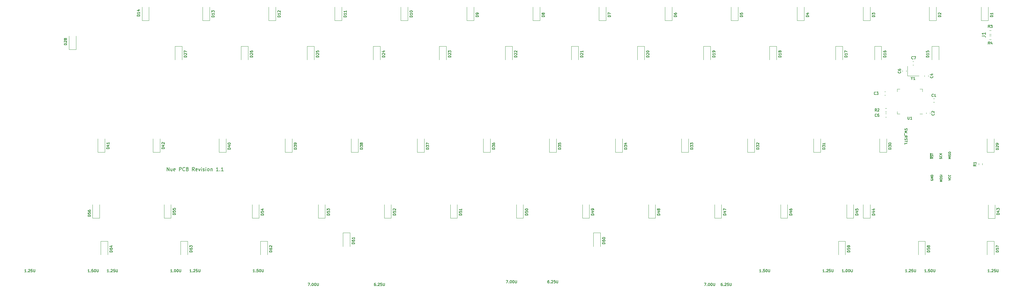
<source format=gbr>
G04 #@! TF.GenerationSoftware,KiCad,Pcbnew,(6.0.1)*
G04 #@! TF.CreationDate,2022-07-28T02:40:33-06:00*
G04 #@! TF.ProjectId,nue-pcb,6e75652d-7063-4622-9e6b-696361645f70,0.1*
G04 #@! TF.SameCoordinates,Original*
G04 #@! TF.FileFunction,Legend,Top*
G04 #@! TF.FilePolarity,Positive*
%FSLAX46Y46*%
G04 Gerber Fmt 4.6, Leading zero omitted, Abs format (unit mm)*
G04 Created by KiCad (PCBNEW (6.0.1)) date 2022-07-28 02:40:33*
%MOMM*%
%LPD*%
G01*
G04 APERTURE LIST*
%ADD10C,0.187500*%
%ADD11C,0.200000*%
%ADD12C,0.150000*%
%ADD13C,0.120000*%
G04 APERTURE END LIST*
D10*
X318016071Y-141626785D02*
X317587500Y-141626785D01*
X317801785Y-141626785D02*
X317801785Y-140876785D01*
X317730357Y-140983928D01*
X317658928Y-141055357D01*
X317587500Y-141091071D01*
X318337500Y-141555357D02*
X318373214Y-141591071D01*
X318337500Y-141626785D01*
X318301785Y-141591071D01*
X318337500Y-141555357D01*
X318337500Y-141626785D01*
X319051785Y-140876785D02*
X318694642Y-140876785D01*
X318658928Y-141233928D01*
X318694642Y-141198214D01*
X318766071Y-141162500D01*
X318944642Y-141162500D01*
X319016071Y-141198214D01*
X319051785Y-141233928D01*
X319087500Y-141305357D01*
X319087500Y-141483928D01*
X319051785Y-141555357D01*
X319016071Y-141591071D01*
X318944642Y-141626785D01*
X318766071Y-141626785D01*
X318694642Y-141591071D01*
X318658928Y-141555357D01*
X319551785Y-140876785D02*
X319623214Y-140876785D01*
X319694642Y-140912500D01*
X319730357Y-140948214D01*
X319766071Y-141019642D01*
X319801785Y-141162500D01*
X319801785Y-141341071D01*
X319766071Y-141483928D01*
X319730357Y-141555357D01*
X319694642Y-141591071D01*
X319623214Y-141626785D01*
X319551785Y-141626785D01*
X319480357Y-141591071D01*
X319444642Y-141555357D01*
X319408928Y-141483928D01*
X319373214Y-141341071D01*
X319373214Y-141162500D01*
X319408928Y-141019642D01*
X319444642Y-140948214D01*
X319480357Y-140912500D01*
X319551785Y-140876785D01*
X320123214Y-140876785D02*
X320123214Y-141483928D01*
X320158928Y-141555357D01*
X320194642Y-141591071D01*
X320266071Y-141626785D01*
X320408928Y-141626785D01*
X320480357Y-141591071D01*
X320516071Y-141555357D01*
X320551785Y-141483928D01*
X320551785Y-140876785D01*
X76716071Y-141626785D02*
X76287500Y-141626785D01*
X76501785Y-141626785D02*
X76501785Y-140876785D01*
X76430357Y-140983928D01*
X76358928Y-141055357D01*
X76287500Y-141091071D01*
X77037500Y-141555357D02*
X77073214Y-141591071D01*
X77037500Y-141626785D01*
X77001785Y-141591071D01*
X77037500Y-141555357D01*
X77037500Y-141626785D01*
X77751785Y-140876785D02*
X77394642Y-140876785D01*
X77358928Y-141233928D01*
X77394642Y-141198214D01*
X77466071Y-141162500D01*
X77644642Y-141162500D01*
X77716071Y-141198214D01*
X77751785Y-141233928D01*
X77787500Y-141305357D01*
X77787500Y-141483928D01*
X77751785Y-141555357D01*
X77716071Y-141591071D01*
X77644642Y-141626785D01*
X77466071Y-141626785D01*
X77394642Y-141591071D01*
X77358928Y-141555357D01*
X78251785Y-140876785D02*
X78323214Y-140876785D01*
X78394642Y-140912500D01*
X78430357Y-140948214D01*
X78466071Y-141019642D01*
X78501785Y-141162500D01*
X78501785Y-141341071D01*
X78466071Y-141483928D01*
X78430357Y-141555357D01*
X78394642Y-141591071D01*
X78323214Y-141626785D01*
X78251785Y-141626785D01*
X78180357Y-141591071D01*
X78144642Y-141555357D01*
X78108928Y-141483928D01*
X78073214Y-141341071D01*
X78073214Y-141162500D01*
X78108928Y-141019642D01*
X78144642Y-140948214D01*
X78180357Y-140912500D01*
X78251785Y-140876785D01*
X78823214Y-140876785D02*
X78823214Y-141483928D01*
X78858928Y-141555357D01*
X78894642Y-141591071D01*
X78966071Y-141626785D01*
X79108928Y-141626785D01*
X79180357Y-141591071D01*
X79216071Y-141555357D01*
X79251785Y-141483928D01*
X79251785Y-140876785D01*
X294203571Y-141626785D02*
X293775000Y-141626785D01*
X293989285Y-141626785D02*
X293989285Y-140876785D01*
X293917857Y-140983928D01*
X293846428Y-141055357D01*
X293775000Y-141091071D01*
X294525000Y-141555357D02*
X294560714Y-141591071D01*
X294525000Y-141626785D01*
X294489285Y-141591071D01*
X294525000Y-141555357D01*
X294525000Y-141626785D01*
X295025000Y-140876785D02*
X295096428Y-140876785D01*
X295167857Y-140912500D01*
X295203571Y-140948214D01*
X295239285Y-141019642D01*
X295275000Y-141162500D01*
X295275000Y-141341071D01*
X295239285Y-141483928D01*
X295203571Y-141555357D01*
X295167857Y-141591071D01*
X295096428Y-141626785D01*
X295025000Y-141626785D01*
X294953571Y-141591071D01*
X294917857Y-141555357D01*
X294882142Y-141483928D01*
X294846428Y-141341071D01*
X294846428Y-141162500D01*
X294882142Y-141019642D01*
X294917857Y-140948214D01*
X294953571Y-140912500D01*
X295025000Y-140876785D01*
X295739285Y-140876785D02*
X295810714Y-140876785D01*
X295882142Y-140912500D01*
X295917857Y-140948214D01*
X295953571Y-141019642D01*
X295989285Y-141162500D01*
X295989285Y-141341071D01*
X295953571Y-141483928D01*
X295917857Y-141555357D01*
X295882142Y-141591071D01*
X295810714Y-141626785D01*
X295739285Y-141626785D01*
X295667857Y-141591071D01*
X295632142Y-141555357D01*
X295596428Y-141483928D01*
X295560714Y-141341071D01*
X295560714Y-141162500D01*
X295596428Y-141019642D01*
X295632142Y-140948214D01*
X295667857Y-140912500D01*
X295739285Y-140876785D01*
X296310714Y-140876785D02*
X296310714Y-141483928D01*
X296346428Y-141555357D01*
X296382142Y-141591071D01*
X296453571Y-141626785D01*
X296596428Y-141626785D01*
X296667857Y-141591071D01*
X296703571Y-141555357D01*
X296739285Y-141483928D01*
X296739285Y-140876785D01*
X100528571Y-141626785D02*
X100100000Y-141626785D01*
X100314285Y-141626785D02*
X100314285Y-140876785D01*
X100242857Y-140983928D01*
X100171428Y-141055357D01*
X100100000Y-141091071D01*
X100850000Y-141555357D02*
X100885714Y-141591071D01*
X100850000Y-141626785D01*
X100814285Y-141591071D01*
X100850000Y-141555357D01*
X100850000Y-141626785D01*
X101350000Y-140876785D02*
X101421428Y-140876785D01*
X101492857Y-140912500D01*
X101528571Y-140948214D01*
X101564285Y-141019642D01*
X101600000Y-141162500D01*
X101600000Y-141341071D01*
X101564285Y-141483928D01*
X101528571Y-141555357D01*
X101492857Y-141591071D01*
X101421428Y-141626785D01*
X101350000Y-141626785D01*
X101278571Y-141591071D01*
X101242857Y-141555357D01*
X101207142Y-141483928D01*
X101171428Y-141341071D01*
X101171428Y-141162500D01*
X101207142Y-141019642D01*
X101242857Y-140948214D01*
X101278571Y-140912500D01*
X101350000Y-140876785D01*
X102064285Y-140876785D02*
X102135714Y-140876785D01*
X102207142Y-140912500D01*
X102242857Y-140948214D01*
X102278571Y-141019642D01*
X102314285Y-141162500D01*
X102314285Y-141341071D01*
X102278571Y-141483928D01*
X102242857Y-141555357D01*
X102207142Y-141591071D01*
X102135714Y-141626785D01*
X102064285Y-141626785D01*
X101992857Y-141591071D01*
X101957142Y-141555357D01*
X101921428Y-141483928D01*
X101885714Y-141341071D01*
X101885714Y-141162500D01*
X101921428Y-141019642D01*
X101957142Y-140948214D01*
X101992857Y-140912500D01*
X102064285Y-140876785D01*
X102635714Y-140876785D02*
X102635714Y-141483928D01*
X102671428Y-141555357D01*
X102707142Y-141591071D01*
X102778571Y-141626785D01*
X102921428Y-141626785D01*
X102992857Y-141591071D01*
X103028571Y-141555357D01*
X103064285Y-141483928D01*
X103064285Y-140876785D01*
X139751785Y-144845535D02*
X140251785Y-144845535D01*
X139930357Y-145595535D01*
X140537500Y-145524107D02*
X140573214Y-145559821D01*
X140537500Y-145595535D01*
X140501785Y-145559821D01*
X140537500Y-145524107D01*
X140537500Y-145595535D01*
X141037500Y-144845535D02*
X141108928Y-144845535D01*
X141180357Y-144881250D01*
X141216071Y-144916964D01*
X141251785Y-144988392D01*
X141287500Y-145131250D01*
X141287500Y-145309821D01*
X141251785Y-145452678D01*
X141216071Y-145524107D01*
X141180357Y-145559821D01*
X141108928Y-145595535D01*
X141037500Y-145595535D01*
X140966071Y-145559821D01*
X140930357Y-145524107D01*
X140894642Y-145452678D01*
X140858928Y-145309821D01*
X140858928Y-145131250D01*
X140894642Y-144988392D01*
X140930357Y-144916964D01*
X140966071Y-144881250D01*
X141037500Y-144845535D01*
X141751785Y-144845535D02*
X141823214Y-144845535D01*
X141894642Y-144881250D01*
X141930357Y-144916964D01*
X141966071Y-144988392D01*
X142001785Y-145131250D01*
X142001785Y-145309821D01*
X141966071Y-145452678D01*
X141930357Y-145524107D01*
X141894642Y-145559821D01*
X141823214Y-145595535D01*
X141751785Y-145595535D01*
X141680357Y-145559821D01*
X141644642Y-145524107D01*
X141608928Y-145452678D01*
X141573214Y-145309821D01*
X141573214Y-145131250D01*
X141608928Y-144988392D01*
X141644642Y-144916964D01*
X141680357Y-144881250D01*
X141751785Y-144845535D01*
X142323214Y-144845535D02*
X142323214Y-145452678D01*
X142358928Y-145524107D01*
X142394642Y-145559821D01*
X142466071Y-145595535D01*
X142608928Y-145595535D01*
X142680357Y-145559821D01*
X142716071Y-145524107D01*
X142751785Y-145452678D01*
X142751785Y-144845535D01*
X254051785Y-144845535D02*
X254551785Y-144845535D01*
X254230357Y-145595535D01*
X254837500Y-145524107D02*
X254873214Y-145559821D01*
X254837500Y-145595535D01*
X254801785Y-145559821D01*
X254837500Y-145524107D01*
X254837500Y-145595535D01*
X255337500Y-144845535D02*
X255408928Y-144845535D01*
X255480357Y-144881250D01*
X255516071Y-144916964D01*
X255551785Y-144988392D01*
X255587500Y-145131250D01*
X255587500Y-145309821D01*
X255551785Y-145452678D01*
X255516071Y-145524107D01*
X255480357Y-145559821D01*
X255408928Y-145595535D01*
X255337500Y-145595535D01*
X255266071Y-145559821D01*
X255230357Y-145524107D01*
X255194642Y-145452678D01*
X255158928Y-145309821D01*
X255158928Y-145131250D01*
X255194642Y-144988392D01*
X255230357Y-144916964D01*
X255266071Y-144881250D01*
X255337500Y-144845535D01*
X256051785Y-144845535D02*
X256123214Y-144845535D01*
X256194642Y-144881250D01*
X256230357Y-144916964D01*
X256266071Y-144988392D01*
X256301785Y-145131250D01*
X256301785Y-145309821D01*
X256266071Y-145452678D01*
X256230357Y-145524107D01*
X256194642Y-145559821D01*
X256123214Y-145595535D01*
X256051785Y-145595535D01*
X255980357Y-145559821D01*
X255944642Y-145524107D01*
X255908928Y-145452678D01*
X255873214Y-145309821D01*
X255873214Y-145131250D01*
X255908928Y-144988392D01*
X255944642Y-144916964D01*
X255980357Y-144881250D01*
X256051785Y-144845535D01*
X256623214Y-144845535D02*
X256623214Y-145452678D01*
X256658928Y-145524107D01*
X256694642Y-145559821D01*
X256766071Y-145595535D01*
X256908928Y-145595535D01*
X256980357Y-145559821D01*
X257016071Y-145524107D01*
X257051785Y-145452678D01*
X257051785Y-144845535D01*
X196901785Y-144051785D02*
X197401785Y-144051785D01*
X197080357Y-144801785D01*
X197687500Y-144730357D02*
X197723214Y-144766071D01*
X197687500Y-144801785D01*
X197651785Y-144766071D01*
X197687500Y-144730357D01*
X197687500Y-144801785D01*
X198187500Y-144051785D02*
X198258928Y-144051785D01*
X198330357Y-144087500D01*
X198366071Y-144123214D01*
X198401785Y-144194642D01*
X198437500Y-144337500D01*
X198437500Y-144516071D01*
X198401785Y-144658928D01*
X198366071Y-144730357D01*
X198330357Y-144766071D01*
X198258928Y-144801785D01*
X198187500Y-144801785D01*
X198116071Y-144766071D01*
X198080357Y-144730357D01*
X198044642Y-144658928D01*
X198008928Y-144516071D01*
X198008928Y-144337500D01*
X198044642Y-144194642D01*
X198080357Y-144123214D01*
X198116071Y-144087500D01*
X198187500Y-144051785D01*
X198901785Y-144051785D02*
X198973214Y-144051785D01*
X199044642Y-144087500D01*
X199080357Y-144123214D01*
X199116071Y-144194642D01*
X199151785Y-144337500D01*
X199151785Y-144516071D01*
X199116071Y-144658928D01*
X199080357Y-144730357D01*
X199044642Y-144766071D01*
X198973214Y-144801785D01*
X198901785Y-144801785D01*
X198830357Y-144766071D01*
X198794642Y-144730357D01*
X198758928Y-144658928D01*
X198723214Y-144516071D01*
X198723214Y-144337500D01*
X198758928Y-144194642D01*
X198794642Y-144123214D01*
X198830357Y-144087500D01*
X198901785Y-144051785D01*
X199473214Y-144051785D02*
X199473214Y-144658928D01*
X199508928Y-144730357D01*
X199544642Y-144766071D01*
X199616071Y-144801785D01*
X199758928Y-144801785D01*
X199830357Y-144766071D01*
X199866071Y-144730357D01*
X199901785Y-144658928D01*
X199901785Y-144051785D01*
X124341071Y-141626785D02*
X123912500Y-141626785D01*
X124126785Y-141626785D02*
X124126785Y-140876785D01*
X124055357Y-140983928D01*
X123983928Y-141055357D01*
X123912500Y-141091071D01*
X124662500Y-141555357D02*
X124698214Y-141591071D01*
X124662500Y-141626785D01*
X124626785Y-141591071D01*
X124662500Y-141555357D01*
X124662500Y-141626785D01*
X125376785Y-140876785D02*
X125019642Y-140876785D01*
X124983928Y-141233928D01*
X125019642Y-141198214D01*
X125091071Y-141162500D01*
X125269642Y-141162500D01*
X125341071Y-141198214D01*
X125376785Y-141233928D01*
X125412500Y-141305357D01*
X125412500Y-141483928D01*
X125376785Y-141555357D01*
X125341071Y-141591071D01*
X125269642Y-141626785D01*
X125091071Y-141626785D01*
X125019642Y-141591071D01*
X124983928Y-141555357D01*
X125876785Y-140876785D02*
X125948214Y-140876785D01*
X126019642Y-140912500D01*
X126055357Y-140948214D01*
X126091071Y-141019642D01*
X126126785Y-141162500D01*
X126126785Y-141341071D01*
X126091071Y-141483928D01*
X126055357Y-141555357D01*
X126019642Y-141591071D01*
X125948214Y-141626785D01*
X125876785Y-141626785D01*
X125805357Y-141591071D01*
X125769642Y-141555357D01*
X125733928Y-141483928D01*
X125698214Y-141341071D01*
X125698214Y-141162500D01*
X125733928Y-141019642D01*
X125769642Y-140948214D01*
X125805357Y-140912500D01*
X125876785Y-140876785D01*
X126448214Y-140876785D02*
X126448214Y-141483928D01*
X126483928Y-141555357D01*
X126519642Y-141591071D01*
X126591071Y-141626785D01*
X126733928Y-141626785D01*
X126805357Y-141591071D01*
X126841071Y-141555357D01*
X126876785Y-141483928D01*
X126876785Y-140876785D01*
X336272321Y-141626785D02*
X335843750Y-141626785D01*
X336058035Y-141626785D02*
X336058035Y-140876785D01*
X335986607Y-140983928D01*
X335915178Y-141055357D01*
X335843750Y-141091071D01*
X336593750Y-141555357D02*
X336629464Y-141591071D01*
X336593750Y-141626785D01*
X336558035Y-141591071D01*
X336593750Y-141555357D01*
X336593750Y-141626785D01*
X336915178Y-140948214D02*
X336950892Y-140912500D01*
X337022321Y-140876785D01*
X337200892Y-140876785D01*
X337272321Y-140912500D01*
X337308035Y-140948214D01*
X337343750Y-141019642D01*
X337343750Y-141091071D01*
X337308035Y-141198214D01*
X336879464Y-141626785D01*
X337343750Y-141626785D01*
X338022321Y-140876785D02*
X337665178Y-140876785D01*
X337629464Y-141233928D01*
X337665178Y-141198214D01*
X337736607Y-141162500D01*
X337915178Y-141162500D01*
X337986607Y-141198214D01*
X338022321Y-141233928D01*
X338058035Y-141305357D01*
X338058035Y-141483928D01*
X338022321Y-141555357D01*
X337986607Y-141591071D01*
X337915178Y-141626785D01*
X337736607Y-141626785D01*
X337665178Y-141591071D01*
X337629464Y-141555357D01*
X338379464Y-140876785D02*
X338379464Y-141483928D01*
X338415178Y-141555357D01*
X338450892Y-141591071D01*
X338522321Y-141626785D01*
X338665178Y-141626785D01*
X338736607Y-141591071D01*
X338772321Y-141555357D01*
X338808035Y-141483928D01*
X338808035Y-140876785D01*
X288647321Y-141626785D02*
X288218750Y-141626785D01*
X288433035Y-141626785D02*
X288433035Y-140876785D01*
X288361607Y-140983928D01*
X288290178Y-141055357D01*
X288218750Y-141091071D01*
X288968750Y-141555357D02*
X289004464Y-141591071D01*
X288968750Y-141626785D01*
X288933035Y-141591071D01*
X288968750Y-141555357D01*
X288968750Y-141626785D01*
X289290178Y-140948214D02*
X289325892Y-140912500D01*
X289397321Y-140876785D01*
X289575892Y-140876785D01*
X289647321Y-140912500D01*
X289683035Y-140948214D01*
X289718750Y-141019642D01*
X289718750Y-141091071D01*
X289683035Y-141198214D01*
X289254464Y-141626785D01*
X289718750Y-141626785D01*
X290397321Y-140876785D02*
X290040178Y-140876785D01*
X290004464Y-141233928D01*
X290040178Y-141198214D01*
X290111607Y-141162500D01*
X290290178Y-141162500D01*
X290361607Y-141198214D01*
X290397321Y-141233928D01*
X290433035Y-141305357D01*
X290433035Y-141483928D01*
X290397321Y-141555357D01*
X290361607Y-141591071D01*
X290290178Y-141626785D01*
X290111607Y-141626785D01*
X290040178Y-141591071D01*
X290004464Y-141555357D01*
X290754464Y-140876785D02*
X290754464Y-141483928D01*
X290790178Y-141555357D01*
X290825892Y-141591071D01*
X290897321Y-141626785D01*
X291040178Y-141626785D01*
X291111607Y-141591071D01*
X291147321Y-141555357D01*
X291183035Y-141483928D01*
X291183035Y-140876785D01*
X312459821Y-141626785D02*
X312031250Y-141626785D01*
X312245535Y-141626785D02*
X312245535Y-140876785D01*
X312174107Y-140983928D01*
X312102678Y-141055357D01*
X312031250Y-141091071D01*
X312781250Y-141555357D02*
X312816964Y-141591071D01*
X312781250Y-141626785D01*
X312745535Y-141591071D01*
X312781250Y-141555357D01*
X312781250Y-141626785D01*
X313102678Y-140948214D02*
X313138392Y-140912500D01*
X313209821Y-140876785D01*
X313388392Y-140876785D01*
X313459821Y-140912500D01*
X313495535Y-140948214D01*
X313531250Y-141019642D01*
X313531250Y-141091071D01*
X313495535Y-141198214D01*
X313066964Y-141626785D01*
X313531250Y-141626785D01*
X314209821Y-140876785D02*
X313852678Y-140876785D01*
X313816964Y-141233928D01*
X313852678Y-141198214D01*
X313924107Y-141162500D01*
X314102678Y-141162500D01*
X314174107Y-141198214D01*
X314209821Y-141233928D01*
X314245535Y-141305357D01*
X314245535Y-141483928D01*
X314209821Y-141555357D01*
X314174107Y-141591071D01*
X314102678Y-141626785D01*
X313924107Y-141626785D01*
X313852678Y-141591071D01*
X313816964Y-141555357D01*
X314566964Y-140876785D02*
X314566964Y-141483928D01*
X314602678Y-141555357D01*
X314638392Y-141591071D01*
X314709821Y-141626785D01*
X314852678Y-141626785D01*
X314924107Y-141591071D01*
X314959821Y-141555357D01*
X314995535Y-141483928D01*
X314995535Y-140876785D01*
X159194642Y-144845535D02*
X159051785Y-144845535D01*
X158980357Y-144881250D01*
X158944642Y-144916964D01*
X158873214Y-145024107D01*
X158837500Y-145166964D01*
X158837500Y-145452678D01*
X158873214Y-145524107D01*
X158908928Y-145559821D01*
X158980357Y-145595535D01*
X159123214Y-145595535D01*
X159194642Y-145559821D01*
X159230357Y-145524107D01*
X159266071Y-145452678D01*
X159266071Y-145274107D01*
X159230357Y-145202678D01*
X159194642Y-145166964D01*
X159123214Y-145131250D01*
X158980357Y-145131250D01*
X158908928Y-145166964D01*
X158873214Y-145202678D01*
X158837500Y-145274107D01*
X159587500Y-145524107D02*
X159623214Y-145559821D01*
X159587500Y-145595535D01*
X159551785Y-145559821D01*
X159587500Y-145524107D01*
X159587500Y-145595535D01*
X159908928Y-144916964D02*
X159944642Y-144881250D01*
X160016071Y-144845535D01*
X160194642Y-144845535D01*
X160266071Y-144881250D01*
X160301785Y-144916964D01*
X160337500Y-144988392D01*
X160337500Y-145059821D01*
X160301785Y-145166964D01*
X159873214Y-145595535D01*
X160337500Y-145595535D01*
X161016071Y-144845535D02*
X160658928Y-144845535D01*
X160623214Y-145202678D01*
X160658928Y-145166964D01*
X160730357Y-145131250D01*
X160908928Y-145131250D01*
X160980357Y-145166964D01*
X161016071Y-145202678D01*
X161051785Y-145274107D01*
X161051785Y-145452678D01*
X161016071Y-145524107D01*
X160980357Y-145559821D01*
X160908928Y-145595535D01*
X160730357Y-145595535D01*
X160658928Y-145559821D01*
X160623214Y-145524107D01*
X161373214Y-144845535D02*
X161373214Y-145452678D01*
X161408928Y-145524107D01*
X161444642Y-145559821D01*
X161516071Y-145595535D01*
X161658928Y-145595535D01*
X161730357Y-145559821D01*
X161766071Y-145524107D01*
X161801785Y-145452678D01*
X161801785Y-144845535D01*
X270391071Y-141626785D02*
X269962500Y-141626785D01*
X270176785Y-141626785D02*
X270176785Y-140876785D01*
X270105357Y-140983928D01*
X270033928Y-141055357D01*
X269962500Y-141091071D01*
X270712500Y-141555357D02*
X270748214Y-141591071D01*
X270712500Y-141626785D01*
X270676785Y-141591071D01*
X270712500Y-141555357D01*
X270712500Y-141626785D01*
X271426785Y-140876785D02*
X271069642Y-140876785D01*
X271033928Y-141233928D01*
X271069642Y-141198214D01*
X271141071Y-141162500D01*
X271319642Y-141162500D01*
X271391071Y-141198214D01*
X271426785Y-141233928D01*
X271462500Y-141305357D01*
X271462500Y-141483928D01*
X271426785Y-141555357D01*
X271391071Y-141591071D01*
X271319642Y-141626785D01*
X271141071Y-141626785D01*
X271069642Y-141591071D01*
X271033928Y-141555357D01*
X271926785Y-140876785D02*
X271998214Y-140876785D01*
X272069642Y-140912500D01*
X272105357Y-140948214D01*
X272141071Y-141019642D01*
X272176785Y-141162500D01*
X272176785Y-141341071D01*
X272141071Y-141483928D01*
X272105357Y-141555357D01*
X272069642Y-141591071D01*
X271998214Y-141626785D01*
X271926785Y-141626785D01*
X271855357Y-141591071D01*
X271819642Y-141555357D01*
X271783928Y-141483928D01*
X271748214Y-141341071D01*
X271748214Y-141162500D01*
X271783928Y-141019642D01*
X271819642Y-140948214D01*
X271855357Y-140912500D01*
X271926785Y-140876785D01*
X272498214Y-140876785D02*
X272498214Y-141483928D01*
X272533928Y-141555357D01*
X272569642Y-141591071D01*
X272641071Y-141626785D01*
X272783928Y-141626785D01*
X272855357Y-141591071D01*
X272891071Y-141555357D01*
X272926785Y-141483928D01*
X272926785Y-140876785D01*
X58459821Y-141626785D02*
X58031250Y-141626785D01*
X58245535Y-141626785D02*
X58245535Y-140876785D01*
X58174107Y-140983928D01*
X58102678Y-141055357D01*
X58031250Y-141091071D01*
X58781250Y-141555357D02*
X58816964Y-141591071D01*
X58781250Y-141626785D01*
X58745535Y-141591071D01*
X58781250Y-141555357D01*
X58781250Y-141626785D01*
X59102678Y-140948214D02*
X59138392Y-140912500D01*
X59209821Y-140876785D01*
X59388392Y-140876785D01*
X59459821Y-140912500D01*
X59495535Y-140948214D01*
X59531250Y-141019642D01*
X59531250Y-141091071D01*
X59495535Y-141198214D01*
X59066964Y-141626785D01*
X59531250Y-141626785D01*
X60209821Y-140876785D02*
X59852678Y-140876785D01*
X59816964Y-141233928D01*
X59852678Y-141198214D01*
X59924107Y-141162500D01*
X60102678Y-141162500D01*
X60174107Y-141198214D01*
X60209821Y-141233928D01*
X60245535Y-141305357D01*
X60245535Y-141483928D01*
X60209821Y-141555357D01*
X60174107Y-141591071D01*
X60102678Y-141626785D01*
X59924107Y-141626785D01*
X59852678Y-141591071D01*
X59816964Y-141555357D01*
X60566964Y-140876785D02*
X60566964Y-141483928D01*
X60602678Y-141555357D01*
X60638392Y-141591071D01*
X60709821Y-141626785D01*
X60852678Y-141626785D01*
X60924107Y-141591071D01*
X60959821Y-141555357D01*
X60995535Y-141483928D01*
X60995535Y-140876785D01*
X82272321Y-141626785D02*
X81843750Y-141626785D01*
X82058035Y-141626785D02*
X82058035Y-140876785D01*
X81986607Y-140983928D01*
X81915178Y-141055357D01*
X81843750Y-141091071D01*
X82593750Y-141555357D02*
X82629464Y-141591071D01*
X82593750Y-141626785D01*
X82558035Y-141591071D01*
X82593750Y-141555357D01*
X82593750Y-141626785D01*
X82915178Y-140948214D02*
X82950892Y-140912500D01*
X83022321Y-140876785D01*
X83200892Y-140876785D01*
X83272321Y-140912500D01*
X83308035Y-140948214D01*
X83343750Y-141019642D01*
X83343750Y-141091071D01*
X83308035Y-141198214D01*
X82879464Y-141626785D01*
X83343750Y-141626785D01*
X84022321Y-140876785D02*
X83665178Y-140876785D01*
X83629464Y-141233928D01*
X83665178Y-141198214D01*
X83736607Y-141162500D01*
X83915178Y-141162500D01*
X83986607Y-141198214D01*
X84022321Y-141233928D01*
X84058035Y-141305357D01*
X84058035Y-141483928D01*
X84022321Y-141555357D01*
X83986607Y-141591071D01*
X83915178Y-141626785D01*
X83736607Y-141626785D01*
X83665178Y-141591071D01*
X83629464Y-141555357D01*
X84379464Y-140876785D02*
X84379464Y-141483928D01*
X84415178Y-141555357D01*
X84450892Y-141591071D01*
X84522321Y-141626785D01*
X84665178Y-141626785D01*
X84736607Y-141591071D01*
X84772321Y-141555357D01*
X84808035Y-141483928D01*
X84808035Y-140876785D01*
X259207142Y-144845535D02*
X259064285Y-144845535D01*
X258992857Y-144881250D01*
X258957142Y-144916964D01*
X258885714Y-145024107D01*
X258850000Y-145166964D01*
X258850000Y-145452678D01*
X258885714Y-145524107D01*
X258921428Y-145559821D01*
X258992857Y-145595535D01*
X259135714Y-145595535D01*
X259207142Y-145559821D01*
X259242857Y-145524107D01*
X259278571Y-145452678D01*
X259278571Y-145274107D01*
X259242857Y-145202678D01*
X259207142Y-145166964D01*
X259135714Y-145131250D01*
X258992857Y-145131250D01*
X258921428Y-145166964D01*
X258885714Y-145202678D01*
X258850000Y-145274107D01*
X259600000Y-145524107D02*
X259635714Y-145559821D01*
X259600000Y-145595535D01*
X259564285Y-145559821D01*
X259600000Y-145524107D01*
X259600000Y-145595535D01*
X259921428Y-144916964D02*
X259957142Y-144881250D01*
X260028571Y-144845535D01*
X260207142Y-144845535D01*
X260278571Y-144881250D01*
X260314285Y-144916964D01*
X260350000Y-144988392D01*
X260350000Y-145059821D01*
X260314285Y-145166964D01*
X259885714Y-145595535D01*
X260350000Y-145595535D01*
X261028571Y-144845535D02*
X260671428Y-144845535D01*
X260635714Y-145202678D01*
X260671428Y-145166964D01*
X260742857Y-145131250D01*
X260921428Y-145131250D01*
X260992857Y-145166964D01*
X261028571Y-145202678D01*
X261064285Y-145274107D01*
X261064285Y-145452678D01*
X261028571Y-145524107D01*
X260992857Y-145559821D01*
X260921428Y-145595535D01*
X260742857Y-145595535D01*
X260671428Y-145559821D01*
X260635714Y-145524107D01*
X261385714Y-144845535D02*
X261385714Y-145452678D01*
X261421428Y-145524107D01*
X261457142Y-145559821D01*
X261528571Y-145595535D01*
X261671428Y-145595535D01*
X261742857Y-145559821D01*
X261778571Y-145524107D01*
X261814285Y-145452678D01*
X261814285Y-144845535D01*
X106084821Y-141626785D02*
X105656250Y-141626785D01*
X105870535Y-141626785D02*
X105870535Y-140876785D01*
X105799107Y-140983928D01*
X105727678Y-141055357D01*
X105656250Y-141091071D01*
X106406250Y-141555357D02*
X106441964Y-141591071D01*
X106406250Y-141626785D01*
X106370535Y-141591071D01*
X106406250Y-141555357D01*
X106406250Y-141626785D01*
X106727678Y-140948214D02*
X106763392Y-140912500D01*
X106834821Y-140876785D01*
X107013392Y-140876785D01*
X107084821Y-140912500D01*
X107120535Y-140948214D01*
X107156250Y-141019642D01*
X107156250Y-141091071D01*
X107120535Y-141198214D01*
X106691964Y-141626785D01*
X107156250Y-141626785D01*
X107834821Y-140876785D02*
X107477678Y-140876785D01*
X107441964Y-141233928D01*
X107477678Y-141198214D01*
X107549107Y-141162500D01*
X107727678Y-141162500D01*
X107799107Y-141198214D01*
X107834821Y-141233928D01*
X107870535Y-141305357D01*
X107870535Y-141483928D01*
X107834821Y-141555357D01*
X107799107Y-141591071D01*
X107727678Y-141626785D01*
X107549107Y-141626785D01*
X107477678Y-141591071D01*
X107441964Y-141555357D01*
X108191964Y-140876785D02*
X108191964Y-141483928D01*
X108227678Y-141555357D01*
X108263392Y-141591071D01*
X108334821Y-141626785D01*
X108477678Y-141626785D01*
X108549107Y-141591071D01*
X108584821Y-141555357D01*
X108620535Y-141483928D01*
X108620535Y-140876785D01*
X209200892Y-144051785D02*
X209058035Y-144051785D01*
X208986607Y-144087500D01*
X208950892Y-144123214D01*
X208879464Y-144230357D01*
X208843750Y-144373214D01*
X208843750Y-144658928D01*
X208879464Y-144730357D01*
X208915178Y-144766071D01*
X208986607Y-144801785D01*
X209129464Y-144801785D01*
X209200892Y-144766071D01*
X209236607Y-144730357D01*
X209272321Y-144658928D01*
X209272321Y-144480357D01*
X209236607Y-144408928D01*
X209200892Y-144373214D01*
X209129464Y-144337500D01*
X208986607Y-144337500D01*
X208915178Y-144373214D01*
X208879464Y-144408928D01*
X208843750Y-144480357D01*
X209593750Y-144730357D02*
X209629464Y-144766071D01*
X209593750Y-144801785D01*
X209558035Y-144766071D01*
X209593750Y-144730357D01*
X209593750Y-144801785D01*
X209915178Y-144123214D02*
X209950892Y-144087500D01*
X210022321Y-144051785D01*
X210200892Y-144051785D01*
X210272321Y-144087500D01*
X210308035Y-144123214D01*
X210343750Y-144194642D01*
X210343750Y-144266071D01*
X210308035Y-144373214D01*
X209879464Y-144801785D01*
X210343750Y-144801785D01*
X211022321Y-144051785D02*
X210665178Y-144051785D01*
X210629464Y-144408928D01*
X210665178Y-144373214D01*
X210736607Y-144337500D01*
X210915178Y-144337500D01*
X210986607Y-144373214D01*
X211022321Y-144408928D01*
X211058035Y-144480357D01*
X211058035Y-144658928D01*
X211022321Y-144730357D01*
X210986607Y-144766071D01*
X210915178Y-144801785D01*
X210736607Y-144801785D01*
X210665178Y-144766071D01*
X210629464Y-144730357D01*
X211379464Y-144051785D02*
X211379464Y-144658928D01*
X211415178Y-144730357D01*
X211450892Y-144766071D01*
X211522321Y-144801785D01*
X211665178Y-144801785D01*
X211736607Y-144766071D01*
X211772321Y-144730357D01*
X211808035Y-144658928D01*
X211808035Y-144051785D01*
D11*
X99061011Y-112371130D02*
X99061011Y-111371130D01*
X99632440Y-112371130D01*
X99632440Y-111371130D01*
X100537202Y-111704464D02*
X100537202Y-112371130D01*
X100108630Y-111704464D02*
X100108630Y-112228273D01*
X100156250Y-112323511D01*
X100251488Y-112371130D01*
X100394345Y-112371130D01*
X100489583Y-112323511D01*
X100537202Y-112275892D01*
X101394345Y-112323511D02*
X101299107Y-112371130D01*
X101108630Y-112371130D01*
X101013392Y-112323511D01*
X100965773Y-112228273D01*
X100965773Y-111847321D01*
X101013392Y-111752083D01*
X101108630Y-111704464D01*
X101299107Y-111704464D01*
X101394345Y-111752083D01*
X101441964Y-111847321D01*
X101441964Y-111942559D01*
X100965773Y-112037797D01*
X102632440Y-112371130D02*
X102632440Y-111371130D01*
X103013392Y-111371130D01*
X103108630Y-111418750D01*
X103156250Y-111466369D01*
X103203869Y-111561607D01*
X103203869Y-111704464D01*
X103156250Y-111799702D01*
X103108630Y-111847321D01*
X103013392Y-111894940D01*
X102632440Y-111894940D01*
X104203869Y-112275892D02*
X104156250Y-112323511D01*
X104013392Y-112371130D01*
X103918154Y-112371130D01*
X103775297Y-112323511D01*
X103680059Y-112228273D01*
X103632440Y-112133035D01*
X103584821Y-111942559D01*
X103584821Y-111799702D01*
X103632440Y-111609226D01*
X103680059Y-111513988D01*
X103775297Y-111418750D01*
X103918154Y-111371130D01*
X104013392Y-111371130D01*
X104156250Y-111418750D01*
X104203869Y-111466369D01*
X104965773Y-111847321D02*
X105108630Y-111894940D01*
X105156250Y-111942559D01*
X105203869Y-112037797D01*
X105203869Y-112180654D01*
X105156250Y-112275892D01*
X105108630Y-112323511D01*
X105013392Y-112371130D01*
X104632440Y-112371130D01*
X104632440Y-111371130D01*
X104965773Y-111371130D01*
X105061011Y-111418750D01*
X105108630Y-111466369D01*
X105156250Y-111561607D01*
X105156250Y-111656845D01*
X105108630Y-111752083D01*
X105061011Y-111799702D01*
X104965773Y-111847321D01*
X104632440Y-111847321D01*
X106965773Y-112371130D02*
X106632440Y-111894940D01*
X106394345Y-112371130D02*
X106394345Y-111371130D01*
X106775297Y-111371130D01*
X106870535Y-111418750D01*
X106918154Y-111466369D01*
X106965773Y-111561607D01*
X106965773Y-111704464D01*
X106918154Y-111799702D01*
X106870535Y-111847321D01*
X106775297Y-111894940D01*
X106394345Y-111894940D01*
X107775297Y-112323511D02*
X107680059Y-112371130D01*
X107489583Y-112371130D01*
X107394345Y-112323511D01*
X107346726Y-112228273D01*
X107346726Y-111847321D01*
X107394345Y-111752083D01*
X107489583Y-111704464D01*
X107680059Y-111704464D01*
X107775297Y-111752083D01*
X107822916Y-111847321D01*
X107822916Y-111942559D01*
X107346726Y-112037797D01*
X108156250Y-111704464D02*
X108394345Y-112371130D01*
X108632440Y-111704464D01*
X109013392Y-112371130D02*
X109013392Y-111704464D01*
X109013392Y-111371130D02*
X108965773Y-111418750D01*
X109013392Y-111466369D01*
X109061011Y-111418750D01*
X109013392Y-111371130D01*
X109013392Y-111466369D01*
X109441964Y-112323511D02*
X109537202Y-112371130D01*
X109727678Y-112371130D01*
X109822916Y-112323511D01*
X109870535Y-112228273D01*
X109870535Y-112180654D01*
X109822916Y-112085416D01*
X109727678Y-112037797D01*
X109584821Y-112037797D01*
X109489583Y-111990178D01*
X109441964Y-111894940D01*
X109441964Y-111847321D01*
X109489583Y-111752083D01*
X109584821Y-111704464D01*
X109727678Y-111704464D01*
X109822916Y-111752083D01*
X110299107Y-112371130D02*
X110299107Y-111704464D01*
X110299107Y-111371130D02*
X110251488Y-111418750D01*
X110299107Y-111466369D01*
X110346726Y-111418750D01*
X110299107Y-111371130D01*
X110299107Y-111466369D01*
X110918154Y-112371130D02*
X110822916Y-112323511D01*
X110775297Y-112275892D01*
X110727678Y-112180654D01*
X110727678Y-111894940D01*
X110775297Y-111799702D01*
X110822916Y-111752083D01*
X110918154Y-111704464D01*
X111061011Y-111704464D01*
X111156250Y-111752083D01*
X111203869Y-111799702D01*
X111251488Y-111894940D01*
X111251488Y-112180654D01*
X111203869Y-112275892D01*
X111156250Y-112323511D01*
X111061011Y-112371130D01*
X110918154Y-112371130D01*
X111680059Y-111704464D02*
X111680059Y-112371130D01*
X111680059Y-111799702D02*
X111727678Y-111752083D01*
X111822916Y-111704464D01*
X111965773Y-111704464D01*
X112061011Y-111752083D01*
X112108630Y-111847321D01*
X112108630Y-112371130D01*
X113870535Y-112371130D02*
X113299107Y-112371130D01*
X113584821Y-112371130D02*
X113584821Y-111371130D01*
X113489583Y-111513988D01*
X113394345Y-111609226D01*
X113299107Y-111656845D01*
X114299107Y-112275892D02*
X114346726Y-112323511D01*
X114299107Y-112371130D01*
X114251488Y-112323511D01*
X114299107Y-112275892D01*
X114299107Y-112371130D01*
X115299107Y-112371130D02*
X114727678Y-112371130D01*
X115013392Y-112371130D02*
X115013392Y-111371130D01*
X114918154Y-111513988D01*
X114822916Y-111609226D01*
X114727678Y-111656845D01*
D12*
X337270285Y-67800071D02*
X336520285Y-67800071D01*
X336520285Y-67621500D01*
X336556000Y-67514357D01*
X336627428Y-67442928D01*
X336698857Y-67407214D01*
X336841714Y-67371500D01*
X336948857Y-67371500D01*
X337091714Y-67407214D01*
X337163142Y-67442928D01*
X337234571Y-67514357D01*
X337270285Y-67621500D01*
X337270285Y-67800071D01*
X337270285Y-66657214D02*
X337270285Y-67085785D01*
X337270285Y-66871500D02*
X336520285Y-66871500D01*
X336627428Y-66942928D01*
X336698857Y-67014357D01*
X336734571Y-67085785D01*
X322252535Y-67800071D02*
X321502535Y-67800071D01*
X321502535Y-67621500D01*
X321538250Y-67514357D01*
X321609678Y-67442928D01*
X321681107Y-67407214D01*
X321823964Y-67371500D01*
X321931107Y-67371500D01*
X322073964Y-67407214D01*
X322145392Y-67442928D01*
X322216821Y-67514357D01*
X322252535Y-67621500D01*
X322252535Y-67800071D01*
X321573964Y-67085785D02*
X321538250Y-67050071D01*
X321502535Y-66978642D01*
X321502535Y-66800071D01*
X321538250Y-66728642D01*
X321573964Y-66692928D01*
X321645392Y-66657214D01*
X321716821Y-66657214D01*
X321823964Y-66692928D01*
X322252535Y-67121500D01*
X322252535Y-66657214D01*
X303202535Y-67800071D02*
X302452535Y-67800071D01*
X302452535Y-67621500D01*
X302488250Y-67514357D01*
X302559678Y-67442928D01*
X302631107Y-67407214D01*
X302773964Y-67371500D01*
X302881107Y-67371500D01*
X303023964Y-67407214D01*
X303095392Y-67442928D01*
X303166821Y-67514357D01*
X303202535Y-67621500D01*
X303202535Y-67800071D01*
X302452535Y-67121500D02*
X302452535Y-66657214D01*
X302738250Y-66907214D01*
X302738250Y-66800071D01*
X302773964Y-66728642D01*
X302809678Y-66692928D01*
X302881107Y-66657214D01*
X303059678Y-66657214D01*
X303131107Y-66692928D01*
X303166821Y-66728642D01*
X303202535Y-66800071D01*
X303202535Y-67014357D01*
X303166821Y-67085785D01*
X303131107Y-67121500D01*
X284152535Y-67800071D02*
X283402535Y-67800071D01*
X283402535Y-67621500D01*
X283438250Y-67514357D01*
X283509678Y-67442928D01*
X283581107Y-67407214D01*
X283723964Y-67371500D01*
X283831107Y-67371500D01*
X283973964Y-67407214D01*
X284045392Y-67442928D01*
X284116821Y-67514357D01*
X284152535Y-67621500D01*
X284152535Y-67800071D01*
X283652535Y-66728642D02*
X284152535Y-66728642D01*
X283366821Y-66907214D02*
X283902535Y-67085785D01*
X283902535Y-66621500D01*
X265102535Y-67800071D02*
X264352535Y-67800071D01*
X264352535Y-67621500D01*
X264388250Y-67514357D01*
X264459678Y-67442928D01*
X264531107Y-67407214D01*
X264673964Y-67371500D01*
X264781107Y-67371500D01*
X264923964Y-67407214D01*
X264995392Y-67442928D01*
X265066821Y-67514357D01*
X265102535Y-67621500D01*
X265102535Y-67800071D01*
X264352535Y-66692928D02*
X264352535Y-67050071D01*
X264709678Y-67085785D01*
X264673964Y-67050071D01*
X264638250Y-66978642D01*
X264638250Y-66800071D01*
X264673964Y-66728642D01*
X264709678Y-66692928D01*
X264781107Y-66657214D01*
X264959678Y-66657214D01*
X265031107Y-66692928D01*
X265066821Y-66728642D01*
X265102535Y-66800071D01*
X265102535Y-66978642D01*
X265066821Y-67050071D01*
X265031107Y-67085785D01*
X246052535Y-67800071D02*
X245302535Y-67800071D01*
X245302535Y-67621500D01*
X245338250Y-67514357D01*
X245409678Y-67442928D01*
X245481107Y-67407214D01*
X245623964Y-67371500D01*
X245731107Y-67371500D01*
X245873964Y-67407214D01*
X245945392Y-67442928D01*
X246016821Y-67514357D01*
X246052535Y-67621500D01*
X246052535Y-67800071D01*
X245302535Y-66728642D02*
X245302535Y-66871500D01*
X245338250Y-66942928D01*
X245373964Y-66978642D01*
X245481107Y-67050071D01*
X245623964Y-67085785D01*
X245909678Y-67085785D01*
X245981107Y-67050071D01*
X246016821Y-67014357D01*
X246052535Y-66942928D01*
X246052535Y-66800071D01*
X246016821Y-66728642D01*
X245981107Y-66692928D01*
X245909678Y-66657214D01*
X245731107Y-66657214D01*
X245659678Y-66692928D01*
X245623964Y-66728642D01*
X245588250Y-66800071D01*
X245588250Y-66942928D01*
X245623964Y-67014357D01*
X245659678Y-67050071D01*
X245731107Y-67085785D01*
X227002535Y-67800071D02*
X226252535Y-67800071D01*
X226252535Y-67621500D01*
X226288250Y-67514357D01*
X226359678Y-67442928D01*
X226431107Y-67407214D01*
X226573964Y-67371500D01*
X226681107Y-67371500D01*
X226823964Y-67407214D01*
X226895392Y-67442928D01*
X226966821Y-67514357D01*
X227002535Y-67621500D01*
X227002535Y-67800071D01*
X226252535Y-67121500D02*
X226252535Y-66621500D01*
X227002535Y-66942928D01*
X207952535Y-67800071D02*
X207202535Y-67800071D01*
X207202535Y-67621500D01*
X207238250Y-67514357D01*
X207309678Y-67442928D01*
X207381107Y-67407214D01*
X207523964Y-67371500D01*
X207631107Y-67371500D01*
X207773964Y-67407214D01*
X207845392Y-67442928D01*
X207916821Y-67514357D01*
X207952535Y-67621500D01*
X207952535Y-67800071D01*
X207523964Y-66942928D02*
X207488250Y-67014357D01*
X207452535Y-67050071D01*
X207381107Y-67085785D01*
X207345392Y-67085785D01*
X207273964Y-67050071D01*
X207238250Y-67014357D01*
X207202535Y-66942928D01*
X207202535Y-66800071D01*
X207238250Y-66728642D01*
X207273964Y-66692928D01*
X207345392Y-66657214D01*
X207381107Y-66657214D01*
X207452535Y-66692928D01*
X207488250Y-66728642D01*
X207523964Y-66800071D01*
X207523964Y-66942928D01*
X207559678Y-67014357D01*
X207595392Y-67050071D01*
X207666821Y-67085785D01*
X207809678Y-67085785D01*
X207881107Y-67050071D01*
X207916821Y-67014357D01*
X207952535Y-66942928D01*
X207952535Y-66800071D01*
X207916821Y-66728642D01*
X207881107Y-66692928D01*
X207809678Y-66657214D01*
X207666821Y-66657214D01*
X207595392Y-66692928D01*
X207559678Y-66728642D01*
X207523964Y-66800071D01*
X188902535Y-67800071D02*
X188152535Y-67800071D01*
X188152535Y-67621500D01*
X188188250Y-67514357D01*
X188259678Y-67442928D01*
X188331107Y-67407214D01*
X188473964Y-67371500D01*
X188581107Y-67371500D01*
X188723964Y-67407214D01*
X188795392Y-67442928D01*
X188866821Y-67514357D01*
X188902535Y-67621500D01*
X188902535Y-67800071D01*
X188902535Y-67014357D02*
X188902535Y-66871500D01*
X188866821Y-66800071D01*
X188831107Y-66764357D01*
X188723964Y-66692928D01*
X188581107Y-66657214D01*
X188295392Y-66657214D01*
X188223964Y-66692928D01*
X188188250Y-66728642D01*
X188152535Y-66800071D01*
X188152535Y-66942928D01*
X188188250Y-67014357D01*
X188223964Y-67050071D01*
X188295392Y-67085785D01*
X188473964Y-67085785D01*
X188545392Y-67050071D01*
X188581107Y-67014357D01*
X188616821Y-66942928D01*
X188616821Y-66800071D01*
X188581107Y-66728642D01*
X188545392Y-66692928D01*
X188473964Y-66657214D01*
X169852535Y-67903214D02*
X169102535Y-67903214D01*
X169102535Y-67724642D01*
X169138250Y-67617500D01*
X169209678Y-67546071D01*
X169281107Y-67510357D01*
X169423964Y-67474642D01*
X169531107Y-67474642D01*
X169673964Y-67510357D01*
X169745392Y-67546071D01*
X169816821Y-67617500D01*
X169852535Y-67724642D01*
X169852535Y-67903214D01*
X169852535Y-66760357D02*
X169852535Y-67188928D01*
X169852535Y-66974642D02*
X169102535Y-66974642D01*
X169209678Y-67046071D01*
X169281107Y-67117500D01*
X169316821Y-67188928D01*
X169102535Y-66296071D02*
X169102535Y-66224642D01*
X169138250Y-66153214D01*
X169173964Y-66117500D01*
X169245392Y-66081785D01*
X169388250Y-66046071D01*
X169566821Y-66046071D01*
X169709678Y-66081785D01*
X169781107Y-66117500D01*
X169816821Y-66153214D01*
X169852535Y-66224642D01*
X169852535Y-66296071D01*
X169816821Y-66367500D01*
X169781107Y-66403214D01*
X169709678Y-66438928D01*
X169566821Y-66474642D01*
X169388250Y-66474642D01*
X169245392Y-66438928D01*
X169173964Y-66403214D01*
X169138250Y-66367500D01*
X169102535Y-66296071D01*
X150802535Y-67903214D02*
X150052535Y-67903214D01*
X150052535Y-67724642D01*
X150088250Y-67617500D01*
X150159678Y-67546071D01*
X150231107Y-67510357D01*
X150373964Y-67474642D01*
X150481107Y-67474642D01*
X150623964Y-67510357D01*
X150695392Y-67546071D01*
X150766821Y-67617500D01*
X150802535Y-67724642D01*
X150802535Y-67903214D01*
X150802535Y-66760357D02*
X150802535Y-67188928D01*
X150802535Y-66974642D02*
X150052535Y-66974642D01*
X150159678Y-67046071D01*
X150231107Y-67117500D01*
X150266821Y-67188928D01*
X150802535Y-66046071D02*
X150802535Y-66474642D01*
X150802535Y-66260357D02*
X150052535Y-66260357D01*
X150159678Y-66331785D01*
X150231107Y-66403214D01*
X150266821Y-66474642D01*
X131752535Y-67903214D02*
X131002535Y-67903214D01*
X131002535Y-67724642D01*
X131038250Y-67617500D01*
X131109678Y-67546071D01*
X131181107Y-67510357D01*
X131323964Y-67474642D01*
X131431107Y-67474642D01*
X131573964Y-67510357D01*
X131645392Y-67546071D01*
X131716821Y-67617500D01*
X131752535Y-67724642D01*
X131752535Y-67903214D01*
X131752535Y-66760357D02*
X131752535Y-67188928D01*
X131752535Y-66974642D02*
X131002535Y-66974642D01*
X131109678Y-67046071D01*
X131181107Y-67117500D01*
X131216821Y-67188928D01*
X131073964Y-66474642D02*
X131038250Y-66438928D01*
X131002535Y-66367500D01*
X131002535Y-66188928D01*
X131038250Y-66117500D01*
X131073964Y-66081785D01*
X131145392Y-66046071D01*
X131216821Y-66046071D01*
X131323964Y-66081785D01*
X131752535Y-66510357D01*
X131752535Y-66046071D01*
X112702535Y-67903214D02*
X111952535Y-67903214D01*
X111952535Y-67724642D01*
X111988250Y-67617500D01*
X112059678Y-67546071D01*
X112131107Y-67510357D01*
X112273964Y-67474642D01*
X112381107Y-67474642D01*
X112523964Y-67510357D01*
X112595392Y-67546071D01*
X112666821Y-67617500D01*
X112702535Y-67724642D01*
X112702535Y-67903214D01*
X112702535Y-66760357D02*
X112702535Y-67188928D01*
X112702535Y-66974642D02*
X111952535Y-66974642D01*
X112059678Y-67046071D01*
X112131107Y-67117500D01*
X112166821Y-67188928D01*
X111952535Y-66510357D02*
X111952535Y-66046071D01*
X112238250Y-66296071D01*
X112238250Y-66188928D01*
X112273964Y-66117500D01*
X112309678Y-66081785D01*
X112381107Y-66046071D01*
X112559678Y-66046071D01*
X112631107Y-66081785D01*
X112666821Y-66117500D01*
X112702535Y-66188928D01*
X112702535Y-66403214D01*
X112666821Y-66474642D01*
X112631107Y-66510357D01*
X91208035Y-67585714D02*
X90458035Y-67585714D01*
X90458035Y-67407142D01*
X90493750Y-67300000D01*
X90565178Y-67228571D01*
X90636607Y-67192857D01*
X90779464Y-67157142D01*
X90886607Y-67157142D01*
X91029464Y-67192857D01*
X91100892Y-67228571D01*
X91172321Y-67300000D01*
X91208035Y-67407142D01*
X91208035Y-67585714D01*
X91208035Y-66442857D02*
X91208035Y-66871428D01*
X91208035Y-66657142D02*
X90458035Y-66657142D01*
X90565178Y-66728571D01*
X90636607Y-66800000D01*
X90672321Y-66871428D01*
X90708035Y-65800000D02*
X91208035Y-65800000D01*
X90422321Y-65978571D02*
X90958035Y-66157142D01*
X90958035Y-65692857D01*
X318791785Y-79491964D02*
X318041785Y-79491964D01*
X318041785Y-79313392D01*
X318077500Y-79206250D01*
X318148928Y-79134821D01*
X318220357Y-79099107D01*
X318363214Y-79063392D01*
X318470357Y-79063392D01*
X318613214Y-79099107D01*
X318684642Y-79134821D01*
X318756071Y-79206250D01*
X318791785Y-79313392D01*
X318791785Y-79491964D01*
X318791785Y-78349107D02*
X318791785Y-78777678D01*
X318791785Y-78563392D02*
X318041785Y-78563392D01*
X318148928Y-78634821D01*
X318220357Y-78706250D01*
X318256071Y-78777678D01*
X318041785Y-77670535D02*
X318041785Y-78027678D01*
X318398928Y-78063392D01*
X318363214Y-78027678D01*
X318327500Y-77956250D01*
X318327500Y-77777678D01*
X318363214Y-77706250D01*
X318398928Y-77670535D01*
X318470357Y-77634821D01*
X318648928Y-77634821D01*
X318720357Y-77670535D01*
X318756071Y-77706250D01*
X318791785Y-77777678D01*
X318791785Y-77956250D01*
X318756071Y-78027678D01*
X318720357Y-78063392D01*
X306440785Y-79491964D02*
X305690785Y-79491964D01*
X305690785Y-79313392D01*
X305726500Y-79206250D01*
X305797928Y-79134821D01*
X305869357Y-79099107D01*
X306012214Y-79063392D01*
X306119357Y-79063392D01*
X306262214Y-79099107D01*
X306333642Y-79134821D01*
X306405071Y-79206250D01*
X306440785Y-79313392D01*
X306440785Y-79491964D01*
X306440785Y-78349107D02*
X306440785Y-78777678D01*
X306440785Y-78563392D02*
X305690785Y-78563392D01*
X305797928Y-78634821D01*
X305869357Y-78706250D01*
X305905071Y-78777678D01*
X305690785Y-77706250D02*
X305690785Y-77849107D01*
X305726500Y-77920535D01*
X305762214Y-77956250D01*
X305869357Y-78027678D01*
X306012214Y-78063392D01*
X306297928Y-78063392D01*
X306369357Y-78027678D01*
X306405071Y-77991964D01*
X306440785Y-77920535D01*
X306440785Y-77777678D01*
X306405071Y-77706250D01*
X306369357Y-77670535D01*
X306297928Y-77634821D01*
X306119357Y-77634821D01*
X306047928Y-77670535D01*
X306012214Y-77706250D01*
X305976500Y-77777678D01*
X305976500Y-77920535D01*
X306012214Y-77991964D01*
X306047928Y-78027678D01*
X306119357Y-78063392D01*
X295233035Y-79491964D02*
X294483035Y-79491964D01*
X294483035Y-79313392D01*
X294518750Y-79206250D01*
X294590178Y-79134821D01*
X294661607Y-79099107D01*
X294804464Y-79063392D01*
X294911607Y-79063392D01*
X295054464Y-79099107D01*
X295125892Y-79134821D01*
X295197321Y-79206250D01*
X295233035Y-79313392D01*
X295233035Y-79491964D01*
X295233035Y-78349107D02*
X295233035Y-78777678D01*
X295233035Y-78563392D02*
X294483035Y-78563392D01*
X294590178Y-78634821D01*
X294661607Y-78706250D01*
X294697321Y-78777678D01*
X294483035Y-78099107D02*
X294483035Y-77599107D01*
X295233035Y-77920535D01*
X276183035Y-79491964D02*
X275433035Y-79491964D01*
X275433035Y-79313392D01*
X275468750Y-79206250D01*
X275540178Y-79134821D01*
X275611607Y-79099107D01*
X275754464Y-79063392D01*
X275861607Y-79063392D01*
X276004464Y-79099107D01*
X276075892Y-79134821D01*
X276147321Y-79206250D01*
X276183035Y-79313392D01*
X276183035Y-79491964D01*
X276183035Y-78349107D02*
X276183035Y-78777678D01*
X276183035Y-78563392D02*
X275433035Y-78563392D01*
X275540178Y-78634821D01*
X275611607Y-78706250D01*
X275647321Y-78777678D01*
X275754464Y-77920535D02*
X275718750Y-77991964D01*
X275683035Y-78027678D01*
X275611607Y-78063392D01*
X275575892Y-78063392D01*
X275504464Y-78027678D01*
X275468750Y-77991964D01*
X275433035Y-77920535D01*
X275433035Y-77777678D01*
X275468750Y-77706250D01*
X275504464Y-77670535D01*
X275575892Y-77634821D01*
X275611607Y-77634821D01*
X275683035Y-77670535D01*
X275718750Y-77706250D01*
X275754464Y-77777678D01*
X275754464Y-77920535D01*
X275790178Y-77991964D01*
X275825892Y-78027678D01*
X275897321Y-78063392D01*
X276040178Y-78063392D01*
X276111607Y-78027678D01*
X276147321Y-77991964D01*
X276183035Y-77920535D01*
X276183035Y-77777678D01*
X276147321Y-77706250D01*
X276111607Y-77670535D01*
X276040178Y-77634821D01*
X275897321Y-77634821D01*
X275825892Y-77670535D01*
X275790178Y-77706250D01*
X275754464Y-77777678D01*
X257133035Y-79491964D02*
X256383035Y-79491964D01*
X256383035Y-79313392D01*
X256418750Y-79206250D01*
X256490178Y-79134821D01*
X256561607Y-79099107D01*
X256704464Y-79063392D01*
X256811607Y-79063392D01*
X256954464Y-79099107D01*
X257025892Y-79134821D01*
X257097321Y-79206250D01*
X257133035Y-79313392D01*
X257133035Y-79491964D01*
X257133035Y-78349107D02*
X257133035Y-78777678D01*
X257133035Y-78563392D02*
X256383035Y-78563392D01*
X256490178Y-78634821D01*
X256561607Y-78706250D01*
X256597321Y-78777678D01*
X257133035Y-77991964D02*
X257133035Y-77849107D01*
X257097321Y-77777678D01*
X257061607Y-77741964D01*
X256954464Y-77670535D01*
X256811607Y-77634821D01*
X256525892Y-77634821D01*
X256454464Y-77670535D01*
X256418750Y-77706250D01*
X256383035Y-77777678D01*
X256383035Y-77920535D01*
X256418750Y-77991964D01*
X256454464Y-78027678D01*
X256525892Y-78063392D01*
X256704464Y-78063392D01*
X256775892Y-78027678D01*
X256811607Y-77991964D01*
X256847321Y-77920535D01*
X256847321Y-77777678D01*
X256811607Y-77706250D01*
X256775892Y-77670535D01*
X256704464Y-77634821D01*
X238083035Y-79491964D02*
X237333035Y-79491964D01*
X237333035Y-79313392D01*
X237368750Y-79206250D01*
X237440178Y-79134821D01*
X237511607Y-79099107D01*
X237654464Y-79063392D01*
X237761607Y-79063392D01*
X237904464Y-79099107D01*
X237975892Y-79134821D01*
X238047321Y-79206250D01*
X238083035Y-79313392D01*
X238083035Y-79491964D01*
X237404464Y-78777678D02*
X237368750Y-78741964D01*
X237333035Y-78670535D01*
X237333035Y-78491964D01*
X237368750Y-78420535D01*
X237404464Y-78384821D01*
X237475892Y-78349107D01*
X237547321Y-78349107D01*
X237654464Y-78384821D01*
X238083035Y-78813392D01*
X238083035Y-78349107D01*
X237333035Y-77884821D02*
X237333035Y-77813392D01*
X237368750Y-77741964D01*
X237404464Y-77706250D01*
X237475892Y-77670535D01*
X237618750Y-77634821D01*
X237797321Y-77634821D01*
X237940178Y-77670535D01*
X238011607Y-77706250D01*
X238047321Y-77741964D01*
X238083035Y-77813392D01*
X238083035Y-77884821D01*
X238047321Y-77956250D01*
X238011607Y-77991964D01*
X237940178Y-78027678D01*
X237797321Y-78063392D01*
X237618750Y-78063392D01*
X237475892Y-78027678D01*
X237404464Y-77991964D01*
X237368750Y-77956250D01*
X237333035Y-77884821D01*
X219033035Y-79491964D02*
X218283035Y-79491964D01*
X218283035Y-79313392D01*
X218318750Y-79206250D01*
X218390178Y-79134821D01*
X218461607Y-79099107D01*
X218604464Y-79063392D01*
X218711607Y-79063392D01*
X218854464Y-79099107D01*
X218925892Y-79134821D01*
X218997321Y-79206250D01*
X219033035Y-79313392D01*
X219033035Y-79491964D01*
X218354464Y-78777678D02*
X218318750Y-78741964D01*
X218283035Y-78670535D01*
X218283035Y-78491964D01*
X218318750Y-78420535D01*
X218354464Y-78384821D01*
X218425892Y-78349107D01*
X218497321Y-78349107D01*
X218604464Y-78384821D01*
X219033035Y-78813392D01*
X219033035Y-78349107D01*
X219033035Y-77634821D02*
X219033035Y-78063392D01*
X219033035Y-77849107D02*
X218283035Y-77849107D01*
X218390178Y-77920535D01*
X218461607Y-77991964D01*
X218497321Y-78063392D01*
X199983035Y-79491964D02*
X199233035Y-79491964D01*
X199233035Y-79313392D01*
X199268750Y-79206250D01*
X199340178Y-79134821D01*
X199411607Y-79099107D01*
X199554464Y-79063392D01*
X199661607Y-79063392D01*
X199804464Y-79099107D01*
X199875892Y-79134821D01*
X199947321Y-79206250D01*
X199983035Y-79313392D01*
X199983035Y-79491964D01*
X199304464Y-78777678D02*
X199268750Y-78741964D01*
X199233035Y-78670535D01*
X199233035Y-78491964D01*
X199268750Y-78420535D01*
X199304464Y-78384821D01*
X199375892Y-78349107D01*
X199447321Y-78349107D01*
X199554464Y-78384821D01*
X199983035Y-78813392D01*
X199983035Y-78349107D01*
X199304464Y-78063392D02*
X199268750Y-78027678D01*
X199233035Y-77956250D01*
X199233035Y-77777678D01*
X199268750Y-77706250D01*
X199304464Y-77670535D01*
X199375892Y-77634821D01*
X199447321Y-77634821D01*
X199554464Y-77670535D01*
X199983035Y-78099107D01*
X199983035Y-77634821D01*
X180933035Y-79491964D02*
X180183035Y-79491964D01*
X180183035Y-79313392D01*
X180218750Y-79206250D01*
X180290178Y-79134821D01*
X180361607Y-79099107D01*
X180504464Y-79063392D01*
X180611607Y-79063392D01*
X180754464Y-79099107D01*
X180825892Y-79134821D01*
X180897321Y-79206250D01*
X180933035Y-79313392D01*
X180933035Y-79491964D01*
X180254464Y-78777678D02*
X180218750Y-78741964D01*
X180183035Y-78670535D01*
X180183035Y-78491964D01*
X180218750Y-78420535D01*
X180254464Y-78384821D01*
X180325892Y-78349107D01*
X180397321Y-78349107D01*
X180504464Y-78384821D01*
X180933035Y-78813392D01*
X180933035Y-78349107D01*
X180183035Y-78099107D02*
X180183035Y-77634821D01*
X180468750Y-77884821D01*
X180468750Y-77777678D01*
X180504464Y-77706250D01*
X180540178Y-77670535D01*
X180611607Y-77634821D01*
X180790178Y-77634821D01*
X180861607Y-77670535D01*
X180897321Y-77706250D01*
X180933035Y-77777678D01*
X180933035Y-77991964D01*
X180897321Y-78063392D01*
X180861607Y-78099107D01*
X161883035Y-79491964D02*
X161133035Y-79491964D01*
X161133035Y-79313392D01*
X161168750Y-79206250D01*
X161240178Y-79134821D01*
X161311607Y-79099107D01*
X161454464Y-79063392D01*
X161561607Y-79063392D01*
X161704464Y-79099107D01*
X161775892Y-79134821D01*
X161847321Y-79206250D01*
X161883035Y-79313392D01*
X161883035Y-79491964D01*
X161204464Y-78777678D02*
X161168750Y-78741964D01*
X161133035Y-78670535D01*
X161133035Y-78491964D01*
X161168750Y-78420535D01*
X161204464Y-78384821D01*
X161275892Y-78349107D01*
X161347321Y-78349107D01*
X161454464Y-78384821D01*
X161883035Y-78813392D01*
X161883035Y-78349107D01*
X161383035Y-77706250D02*
X161883035Y-77706250D01*
X161097321Y-77884821D02*
X161633035Y-78063392D01*
X161633035Y-77599107D01*
X142833035Y-79491964D02*
X142083035Y-79491964D01*
X142083035Y-79313392D01*
X142118750Y-79206250D01*
X142190178Y-79134821D01*
X142261607Y-79099107D01*
X142404464Y-79063392D01*
X142511607Y-79063392D01*
X142654464Y-79099107D01*
X142725892Y-79134821D01*
X142797321Y-79206250D01*
X142833035Y-79313392D01*
X142833035Y-79491964D01*
X142154464Y-78777678D02*
X142118750Y-78741964D01*
X142083035Y-78670535D01*
X142083035Y-78491964D01*
X142118750Y-78420535D01*
X142154464Y-78384821D01*
X142225892Y-78349107D01*
X142297321Y-78349107D01*
X142404464Y-78384821D01*
X142833035Y-78813392D01*
X142833035Y-78349107D01*
X142083035Y-77670535D02*
X142083035Y-78027678D01*
X142440178Y-78063392D01*
X142404464Y-78027678D01*
X142368750Y-77956250D01*
X142368750Y-77777678D01*
X142404464Y-77706250D01*
X142440178Y-77670535D01*
X142511607Y-77634821D01*
X142690178Y-77634821D01*
X142761607Y-77670535D01*
X142797321Y-77706250D01*
X142833035Y-77777678D01*
X142833035Y-77956250D01*
X142797321Y-78027678D01*
X142761607Y-78063392D01*
X123783035Y-79491964D02*
X123033035Y-79491964D01*
X123033035Y-79313392D01*
X123068750Y-79206250D01*
X123140178Y-79134821D01*
X123211607Y-79099107D01*
X123354464Y-79063392D01*
X123461607Y-79063392D01*
X123604464Y-79099107D01*
X123675892Y-79134821D01*
X123747321Y-79206250D01*
X123783035Y-79313392D01*
X123783035Y-79491964D01*
X123104464Y-78777678D02*
X123068750Y-78741964D01*
X123033035Y-78670535D01*
X123033035Y-78491964D01*
X123068750Y-78420535D01*
X123104464Y-78384821D01*
X123175892Y-78349107D01*
X123247321Y-78349107D01*
X123354464Y-78384821D01*
X123783035Y-78813392D01*
X123783035Y-78349107D01*
X123033035Y-77706250D02*
X123033035Y-77849107D01*
X123068750Y-77920535D01*
X123104464Y-77956250D01*
X123211607Y-78027678D01*
X123354464Y-78063392D01*
X123640178Y-78063392D01*
X123711607Y-78027678D01*
X123747321Y-77991964D01*
X123783035Y-77920535D01*
X123783035Y-77777678D01*
X123747321Y-77706250D01*
X123711607Y-77670535D01*
X123640178Y-77634821D01*
X123461607Y-77634821D01*
X123390178Y-77670535D01*
X123354464Y-77706250D01*
X123318750Y-77777678D01*
X123318750Y-77920535D01*
X123354464Y-77991964D01*
X123390178Y-78027678D01*
X123461607Y-78063392D01*
X104733035Y-79491964D02*
X103983035Y-79491964D01*
X103983035Y-79313392D01*
X104018750Y-79206250D01*
X104090178Y-79134821D01*
X104161607Y-79099107D01*
X104304464Y-79063392D01*
X104411607Y-79063392D01*
X104554464Y-79099107D01*
X104625892Y-79134821D01*
X104697321Y-79206250D01*
X104733035Y-79313392D01*
X104733035Y-79491964D01*
X104054464Y-78777678D02*
X104018750Y-78741964D01*
X103983035Y-78670535D01*
X103983035Y-78491964D01*
X104018750Y-78420535D01*
X104054464Y-78384821D01*
X104125892Y-78349107D01*
X104197321Y-78349107D01*
X104304464Y-78384821D01*
X104733035Y-78813392D01*
X104733035Y-78349107D01*
X103983035Y-78099107D02*
X103983035Y-77599107D01*
X104733035Y-77920535D01*
X338889535Y-106257214D02*
X338139535Y-106257214D01*
X338139535Y-106078642D01*
X338175250Y-105971500D01*
X338246678Y-105900071D01*
X338318107Y-105864357D01*
X338460964Y-105828642D01*
X338568107Y-105828642D01*
X338710964Y-105864357D01*
X338782392Y-105900071D01*
X338853821Y-105971500D01*
X338889535Y-106078642D01*
X338889535Y-106257214D01*
X338210964Y-105542928D02*
X338175250Y-105507214D01*
X338139535Y-105435785D01*
X338139535Y-105257214D01*
X338175250Y-105185785D01*
X338210964Y-105150071D01*
X338282392Y-105114357D01*
X338353821Y-105114357D01*
X338460964Y-105150071D01*
X338889535Y-105578642D01*
X338889535Y-105114357D01*
X338889535Y-104757214D02*
X338889535Y-104614357D01*
X338853821Y-104542928D01*
X338818107Y-104507214D01*
X338710964Y-104435785D01*
X338568107Y-104400071D01*
X338282392Y-104400071D01*
X338210964Y-104435785D01*
X338175250Y-104471500D01*
X338139535Y-104542928D01*
X338139535Y-104685785D01*
X338175250Y-104757214D01*
X338210964Y-104792928D01*
X338282392Y-104828642D01*
X338460964Y-104828642D01*
X338532392Y-104792928D01*
X338568107Y-104757214D01*
X338603821Y-104685785D01*
X338603821Y-104542928D01*
X338568107Y-104471500D01*
X338532392Y-104435785D01*
X338460964Y-104400071D01*
X307901535Y-106130214D02*
X307151535Y-106130214D01*
X307151535Y-105951642D01*
X307187250Y-105844500D01*
X307258678Y-105773071D01*
X307330107Y-105737357D01*
X307472964Y-105701642D01*
X307580107Y-105701642D01*
X307722964Y-105737357D01*
X307794392Y-105773071D01*
X307865821Y-105844500D01*
X307901535Y-105951642D01*
X307901535Y-106130214D01*
X307151535Y-105451642D02*
X307151535Y-104987357D01*
X307437250Y-105237357D01*
X307437250Y-105130214D01*
X307472964Y-105058785D01*
X307508678Y-105023071D01*
X307580107Y-104987357D01*
X307758678Y-104987357D01*
X307830107Y-105023071D01*
X307865821Y-105058785D01*
X307901535Y-105130214D01*
X307901535Y-105344500D01*
X307865821Y-105415928D01*
X307830107Y-105451642D01*
X307151535Y-104523071D02*
X307151535Y-104451642D01*
X307187250Y-104380214D01*
X307222964Y-104344500D01*
X307294392Y-104308785D01*
X307437250Y-104273071D01*
X307615821Y-104273071D01*
X307758678Y-104308785D01*
X307830107Y-104344500D01*
X307865821Y-104380214D01*
X307901535Y-104451642D01*
X307901535Y-104523071D01*
X307865821Y-104594500D01*
X307830107Y-104630214D01*
X307758678Y-104665928D01*
X307615821Y-104701642D01*
X307437250Y-104701642D01*
X307294392Y-104665928D01*
X307222964Y-104630214D01*
X307187250Y-104594500D01*
X307151535Y-104523071D01*
X288851535Y-106130214D02*
X288101535Y-106130214D01*
X288101535Y-105951642D01*
X288137250Y-105844500D01*
X288208678Y-105773071D01*
X288280107Y-105737357D01*
X288422964Y-105701642D01*
X288530107Y-105701642D01*
X288672964Y-105737357D01*
X288744392Y-105773071D01*
X288815821Y-105844500D01*
X288851535Y-105951642D01*
X288851535Y-106130214D01*
X288101535Y-105451642D02*
X288101535Y-104987357D01*
X288387250Y-105237357D01*
X288387250Y-105130214D01*
X288422964Y-105058785D01*
X288458678Y-105023071D01*
X288530107Y-104987357D01*
X288708678Y-104987357D01*
X288780107Y-105023071D01*
X288815821Y-105058785D01*
X288851535Y-105130214D01*
X288851535Y-105344500D01*
X288815821Y-105415928D01*
X288780107Y-105451642D01*
X288851535Y-104273071D02*
X288851535Y-104701642D01*
X288851535Y-104487357D02*
X288101535Y-104487357D01*
X288208678Y-104558785D01*
X288280107Y-104630214D01*
X288315821Y-104701642D01*
X269801535Y-106130214D02*
X269051535Y-106130214D01*
X269051535Y-105951642D01*
X269087250Y-105844500D01*
X269158678Y-105773071D01*
X269230107Y-105737357D01*
X269372964Y-105701642D01*
X269480107Y-105701642D01*
X269622964Y-105737357D01*
X269694392Y-105773071D01*
X269765821Y-105844500D01*
X269801535Y-105951642D01*
X269801535Y-106130214D01*
X269051535Y-105451642D02*
X269051535Y-104987357D01*
X269337250Y-105237357D01*
X269337250Y-105130214D01*
X269372964Y-105058785D01*
X269408678Y-105023071D01*
X269480107Y-104987357D01*
X269658678Y-104987357D01*
X269730107Y-105023071D01*
X269765821Y-105058785D01*
X269801535Y-105130214D01*
X269801535Y-105344500D01*
X269765821Y-105415928D01*
X269730107Y-105451642D01*
X269122964Y-104701642D02*
X269087250Y-104665928D01*
X269051535Y-104594500D01*
X269051535Y-104415928D01*
X269087250Y-104344500D01*
X269122964Y-104308785D01*
X269194392Y-104273071D01*
X269265821Y-104273071D01*
X269372964Y-104308785D01*
X269801535Y-104737357D01*
X269801535Y-104273071D01*
X250751535Y-106130214D02*
X250001535Y-106130214D01*
X250001535Y-105951642D01*
X250037250Y-105844500D01*
X250108678Y-105773071D01*
X250180107Y-105737357D01*
X250322964Y-105701642D01*
X250430107Y-105701642D01*
X250572964Y-105737357D01*
X250644392Y-105773071D01*
X250715821Y-105844500D01*
X250751535Y-105951642D01*
X250751535Y-106130214D01*
X250001535Y-105451642D02*
X250001535Y-104987357D01*
X250287250Y-105237357D01*
X250287250Y-105130214D01*
X250322964Y-105058785D01*
X250358678Y-105023071D01*
X250430107Y-104987357D01*
X250608678Y-104987357D01*
X250680107Y-105023071D01*
X250715821Y-105058785D01*
X250751535Y-105130214D01*
X250751535Y-105344500D01*
X250715821Y-105415928D01*
X250680107Y-105451642D01*
X250001535Y-104737357D02*
X250001535Y-104273071D01*
X250287250Y-104523071D01*
X250287250Y-104415928D01*
X250322964Y-104344500D01*
X250358678Y-104308785D01*
X250430107Y-104273071D01*
X250608678Y-104273071D01*
X250680107Y-104308785D01*
X250715821Y-104344500D01*
X250751535Y-104415928D01*
X250751535Y-104630214D01*
X250715821Y-104701642D01*
X250680107Y-104737357D01*
X231701535Y-106130214D02*
X230951535Y-106130214D01*
X230951535Y-105951642D01*
X230987250Y-105844500D01*
X231058678Y-105773071D01*
X231130107Y-105737357D01*
X231272964Y-105701642D01*
X231380107Y-105701642D01*
X231522964Y-105737357D01*
X231594392Y-105773071D01*
X231665821Y-105844500D01*
X231701535Y-105951642D01*
X231701535Y-106130214D01*
X230951535Y-105451642D02*
X230951535Y-104987357D01*
X231237250Y-105237357D01*
X231237250Y-105130214D01*
X231272964Y-105058785D01*
X231308678Y-105023071D01*
X231380107Y-104987357D01*
X231558678Y-104987357D01*
X231630107Y-105023071D01*
X231665821Y-105058785D01*
X231701535Y-105130214D01*
X231701535Y-105344500D01*
X231665821Y-105415928D01*
X231630107Y-105451642D01*
X231201535Y-104344500D02*
X231701535Y-104344500D01*
X230915821Y-104523071D02*
X231451535Y-104701642D01*
X231451535Y-104237357D01*
X212651535Y-106130214D02*
X211901535Y-106130214D01*
X211901535Y-105951642D01*
X211937250Y-105844500D01*
X212008678Y-105773071D01*
X212080107Y-105737357D01*
X212222964Y-105701642D01*
X212330107Y-105701642D01*
X212472964Y-105737357D01*
X212544392Y-105773071D01*
X212615821Y-105844500D01*
X212651535Y-105951642D01*
X212651535Y-106130214D01*
X211901535Y-105451642D02*
X211901535Y-104987357D01*
X212187250Y-105237357D01*
X212187250Y-105130214D01*
X212222964Y-105058785D01*
X212258678Y-105023071D01*
X212330107Y-104987357D01*
X212508678Y-104987357D01*
X212580107Y-105023071D01*
X212615821Y-105058785D01*
X212651535Y-105130214D01*
X212651535Y-105344500D01*
X212615821Y-105415928D01*
X212580107Y-105451642D01*
X211901535Y-104308785D02*
X211901535Y-104665928D01*
X212258678Y-104701642D01*
X212222964Y-104665928D01*
X212187250Y-104594500D01*
X212187250Y-104415928D01*
X212222964Y-104344500D01*
X212258678Y-104308785D01*
X212330107Y-104273071D01*
X212508678Y-104273071D01*
X212580107Y-104308785D01*
X212615821Y-104344500D01*
X212651535Y-104415928D01*
X212651535Y-104594500D01*
X212615821Y-104665928D01*
X212580107Y-104701642D01*
X193601535Y-106130214D02*
X192851535Y-106130214D01*
X192851535Y-105951642D01*
X192887250Y-105844500D01*
X192958678Y-105773071D01*
X193030107Y-105737357D01*
X193172964Y-105701642D01*
X193280107Y-105701642D01*
X193422964Y-105737357D01*
X193494392Y-105773071D01*
X193565821Y-105844500D01*
X193601535Y-105951642D01*
X193601535Y-106130214D01*
X192851535Y-105451642D02*
X192851535Y-104987357D01*
X193137250Y-105237357D01*
X193137250Y-105130214D01*
X193172964Y-105058785D01*
X193208678Y-105023071D01*
X193280107Y-104987357D01*
X193458678Y-104987357D01*
X193530107Y-105023071D01*
X193565821Y-105058785D01*
X193601535Y-105130214D01*
X193601535Y-105344500D01*
X193565821Y-105415928D01*
X193530107Y-105451642D01*
X192851535Y-104344500D02*
X192851535Y-104487357D01*
X192887250Y-104558785D01*
X192922964Y-104594500D01*
X193030107Y-104665928D01*
X193172964Y-104701642D01*
X193458678Y-104701642D01*
X193530107Y-104665928D01*
X193565821Y-104630214D01*
X193601535Y-104558785D01*
X193601535Y-104415928D01*
X193565821Y-104344500D01*
X193530107Y-104308785D01*
X193458678Y-104273071D01*
X193280107Y-104273071D01*
X193208678Y-104308785D01*
X193172964Y-104344500D01*
X193137250Y-104415928D01*
X193137250Y-104558785D01*
X193172964Y-104630214D01*
X193208678Y-104665928D01*
X193280107Y-104701642D01*
X174551535Y-106130214D02*
X173801535Y-106130214D01*
X173801535Y-105951642D01*
X173837250Y-105844500D01*
X173908678Y-105773071D01*
X173980107Y-105737357D01*
X174122964Y-105701642D01*
X174230107Y-105701642D01*
X174372964Y-105737357D01*
X174444392Y-105773071D01*
X174515821Y-105844500D01*
X174551535Y-105951642D01*
X174551535Y-106130214D01*
X173801535Y-105451642D02*
X173801535Y-104987357D01*
X174087250Y-105237357D01*
X174087250Y-105130214D01*
X174122964Y-105058785D01*
X174158678Y-105023071D01*
X174230107Y-104987357D01*
X174408678Y-104987357D01*
X174480107Y-105023071D01*
X174515821Y-105058785D01*
X174551535Y-105130214D01*
X174551535Y-105344500D01*
X174515821Y-105415928D01*
X174480107Y-105451642D01*
X173801535Y-104737357D02*
X173801535Y-104237357D01*
X174551535Y-104558785D01*
X155501535Y-106130214D02*
X154751535Y-106130214D01*
X154751535Y-105951642D01*
X154787250Y-105844500D01*
X154858678Y-105773071D01*
X154930107Y-105737357D01*
X155072964Y-105701642D01*
X155180107Y-105701642D01*
X155322964Y-105737357D01*
X155394392Y-105773071D01*
X155465821Y-105844500D01*
X155501535Y-105951642D01*
X155501535Y-106130214D01*
X154751535Y-105451642D02*
X154751535Y-104987357D01*
X155037250Y-105237357D01*
X155037250Y-105130214D01*
X155072964Y-105058785D01*
X155108678Y-105023071D01*
X155180107Y-104987357D01*
X155358678Y-104987357D01*
X155430107Y-105023071D01*
X155465821Y-105058785D01*
X155501535Y-105130214D01*
X155501535Y-105344500D01*
X155465821Y-105415928D01*
X155430107Y-105451642D01*
X155072964Y-104558785D02*
X155037250Y-104630214D01*
X155001535Y-104665928D01*
X154930107Y-104701642D01*
X154894392Y-104701642D01*
X154822964Y-104665928D01*
X154787250Y-104630214D01*
X154751535Y-104558785D01*
X154751535Y-104415928D01*
X154787250Y-104344500D01*
X154822964Y-104308785D01*
X154894392Y-104273071D01*
X154930107Y-104273071D01*
X155001535Y-104308785D01*
X155037250Y-104344500D01*
X155072964Y-104415928D01*
X155072964Y-104558785D01*
X155108678Y-104630214D01*
X155144392Y-104665928D01*
X155215821Y-104701642D01*
X155358678Y-104701642D01*
X155430107Y-104665928D01*
X155465821Y-104630214D01*
X155501535Y-104558785D01*
X155501535Y-104415928D01*
X155465821Y-104344500D01*
X155430107Y-104308785D01*
X155358678Y-104273071D01*
X155215821Y-104273071D01*
X155144392Y-104308785D01*
X155108678Y-104344500D01*
X155072964Y-104415928D01*
X136451535Y-106130214D02*
X135701535Y-106130214D01*
X135701535Y-105951642D01*
X135737250Y-105844500D01*
X135808678Y-105773071D01*
X135880107Y-105737357D01*
X136022964Y-105701642D01*
X136130107Y-105701642D01*
X136272964Y-105737357D01*
X136344392Y-105773071D01*
X136415821Y-105844500D01*
X136451535Y-105951642D01*
X136451535Y-106130214D01*
X135701535Y-105451642D02*
X135701535Y-104987357D01*
X135987250Y-105237357D01*
X135987250Y-105130214D01*
X136022964Y-105058785D01*
X136058678Y-105023071D01*
X136130107Y-104987357D01*
X136308678Y-104987357D01*
X136380107Y-105023071D01*
X136415821Y-105058785D01*
X136451535Y-105130214D01*
X136451535Y-105344500D01*
X136415821Y-105415928D01*
X136380107Y-105451642D01*
X136451535Y-104630214D02*
X136451535Y-104487357D01*
X136415821Y-104415928D01*
X136380107Y-104380214D01*
X136272964Y-104308785D01*
X136130107Y-104273071D01*
X135844392Y-104273071D01*
X135772964Y-104308785D01*
X135737250Y-104344500D01*
X135701535Y-104415928D01*
X135701535Y-104558785D01*
X135737250Y-104630214D01*
X135772964Y-104665928D01*
X135844392Y-104701642D01*
X136022964Y-104701642D01*
X136094392Y-104665928D01*
X136130107Y-104630214D01*
X136165821Y-104558785D01*
X136165821Y-104415928D01*
X136130107Y-104344500D01*
X136094392Y-104308785D01*
X136022964Y-104273071D01*
X98319785Y-106003214D02*
X97569785Y-106003214D01*
X97569785Y-105824642D01*
X97605500Y-105717500D01*
X97676928Y-105646071D01*
X97748357Y-105610357D01*
X97891214Y-105574642D01*
X97998357Y-105574642D01*
X98141214Y-105610357D01*
X98212642Y-105646071D01*
X98284071Y-105717500D01*
X98319785Y-105824642D01*
X98319785Y-106003214D01*
X97819785Y-104931785D02*
X98319785Y-104931785D01*
X97534071Y-105110357D02*
X98069785Y-105288928D01*
X98069785Y-104824642D01*
X97641214Y-104574642D02*
X97605500Y-104538928D01*
X97569785Y-104467500D01*
X97569785Y-104288928D01*
X97605500Y-104217500D01*
X97641214Y-104181785D01*
X97712642Y-104146071D01*
X97784071Y-104146071D01*
X97891214Y-104181785D01*
X98319785Y-104610357D01*
X98319785Y-104146071D01*
X339111785Y-125053214D02*
X338361785Y-125053214D01*
X338361785Y-124874642D01*
X338397500Y-124767500D01*
X338468928Y-124696071D01*
X338540357Y-124660357D01*
X338683214Y-124624642D01*
X338790357Y-124624642D01*
X338933214Y-124660357D01*
X339004642Y-124696071D01*
X339076071Y-124767500D01*
X339111785Y-124874642D01*
X339111785Y-125053214D01*
X338611785Y-123981785D02*
X339111785Y-123981785D01*
X338326071Y-124160357D02*
X338861785Y-124338928D01*
X338861785Y-123874642D01*
X338361785Y-123660357D02*
X338361785Y-123196071D01*
X338647500Y-123446071D01*
X338647500Y-123338928D01*
X338683214Y-123267500D01*
X338718928Y-123231785D01*
X338790357Y-123196071D01*
X338968928Y-123196071D01*
X339040357Y-123231785D01*
X339076071Y-123267500D01*
X339111785Y-123338928D01*
X339111785Y-123553214D01*
X339076071Y-123624642D01*
X339040357Y-123660357D01*
X303170785Y-125180214D02*
X302420785Y-125180214D01*
X302420785Y-125001642D01*
X302456500Y-124894500D01*
X302527928Y-124823071D01*
X302599357Y-124787357D01*
X302742214Y-124751642D01*
X302849357Y-124751642D01*
X302992214Y-124787357D01*
X303063642Y-124823071D01*
X303135071Y-124894500D01*
X303170785Y-125001642D01*
X303170785Y-125180214D01*
X302670785Y-124108785D02*
X303170785Y-124108785D01*
X302385071Y-124287357D02*
X302920785Y-124465928D01*
X302920785Y-124001642D01*
X302670785Y-123394500D02*
X303170785Y-123394500D01*
X302385071Y-123573071D02*
X302920785Y-123751642D01*
X302920785Y-123287357D01*
X298376535Y-125180214D02*
X297626535Y-125180214D01*
X297626535Y-125001642D01*
X297662250Y-124894500D01*
X297733678Y-124823071D01*
X297805107Y-124787357D01*
X297947964Y-124751642D01*
X298055107Y-124751642D01*
X298197964Y-124787357D01*
X298269392Y-124823071D01*
X298340821Y-124894500D01*
X298376535Y-125001642D01*
X298376535Y-125180214D01*
X297876535Y-124108785D02*
X298376535Y-124108785D01*
X297590821Y-124287357D02*
X298126535Y-124465928D01*
X298126535Y-124001642D01*
X297626535Y-123358785D02*
X297626535Y-123715928D01*
X297983678Y-123751642D01*
X297947964Y-123715928D01*
X297912250Y-123644500D01*
X297912250Y-123465928D01*
X297947964Y-123394500D01*
X297983678Y-123358785D01*
X298055107Y-123323071D01*
X298233678Y-123323071D01*
X298305107Y-123358785D01*
X298340821Y-123394500D01*
X298376535Y-123465928D01*
X298376535Y-123644500D01*
X298340821Y-123715928D01*
X298305107Y-123751642D01*
X279326535Y-125180214D02*
X278576535Y-125180214D01*
X278576535Y-125001642D01*
X278612250Y-124894500D01*
X278683678Y-124823071D01*
X278755107Y-124787357D01*
X278897964Y-124751642D01*
X279005107Y-124751642D01*
X279147964Y-124787357D01*
X279219392Y-124823071D01*
X279290821Y-124894500D01*
X279326535Y-125001642D01*
X279326535Y-125180214D01*
X278826535Y-124108785D02*
X279326535Y-124108785D01*
X278540821Y-124287357D02*
X279076535Y-124465928D01*
X279076535Y-124001642D01*
X278576535Y-123394500D02*
X278576535Y-123537357D01*
X278612250Y-123608785D01*
X278647964Y-123644500D01*
X278755107Y-123715928D01*
X278897964Y-123751642D01*
X279183678Y-123751642D01*
X279255107Y-123715928D01*
X279290821Y-123680214D01*
X279326535Y-123608785D01*
X279326535Y-123465928D01*
X279290821Y-123394500D01*
X279255107Y-123358785D01*
X279183678Y-123323071D01*
X279005107Y-123323071D01*
X278933678Y-123358785D01*
X278897964Y-123394500D01*
X278862250Y-123465928D01*
X278862250Y-123608785D01*
X278897964Y-123680214D01*
X278933678Y-123715928D01*
X279005107Y-123751642D01*
X260276535Y-125180214D02*
X259526535Y-125180214D01*
X259526535Y-125001642D01*
X259562250Y-124894500D01*
X259633678Y-124823071D01*
X259705107Y-124787357D01*
X259847964Y-124751642D01*
X259955107Y-124751642D01*
X260097964Y-124787357D01*
X260169392Y-124823071D01*
X260240821Y-124894500D01*
X260276535Y-125001642D01*
X260276535Y-125180214D01*
X259776535Y-124108785D02*
X260276535Y-124108785D01*
X259490821Y-124287357D02*
X260026535Y-124465928D01*
X260026535Y-124001642D01*
X259526535Y-123787357D02*
X259526535Y-123287357D01*
X260276535Y-123608785D01*
X241226535Y-125180214D02*
X240476535Y-125180214D01*
X240476535Y-125001642D01*
X240512250Y-124894500D01*
X240583678Y-124823071D01*
X240655107Y-124787357D01*
X240797964Y-124751642D01*
X240905107Y-124751642D01*
X241047964Y-124787357D01*
X241119392Y-124823071D01*
X241190821Y-124894500D01*
X241226535Y-125001642D01*
X241226535Y-125180214D01*
X240726535Y-124108785D02*
X241226535Y-124108785D01*
X240440821Y-124287357D02*
X240976535Y-124465928D01*
X240976535Y-124001642D01*
X240797964Y-123608785D02*
X240762250Y-123680214D01*
X240726535Y-123715928D01*
X240655107Y-123751642D01*
X240619392Y-123751642D01*
X240547964Y-123715928D01*
X240512250Y-123680214D01*
X240476535Y-123608785D01*
X240476535Y-123465928D01*
X240512250Y-123394500D01*
X240547964Y-123358785D01*
X240619392Y-123323071D01*
X240655107Y-123323071D01*
X240726535Y-123358785D01*
X240762250Y-123394500D01*
X240797964Y-123465928D01*
X240797964Y-123608785D01*
X240833678Y-123680214D01*
X240869392Y-123715928D01*
X240940821Y-123751642D01*
X241083678Y-123751642D01*
X241155107Y-123715928D01*
X241190821Y-123680214D01*
X241226535Y-123608785D01*
X241226535Y-123465928D01*
X241190821Y-123394500D01*
X241155107Y-123358785D01*
X241083678Y-123323071D01*
X240940821Y-123323071D01*
X240869392Y-123358785D01*
X240833678Y-123394500D01*
X240797964Y-123465928D01*
X222176535Y-125180214D02*
X221426535Y-125180214D01*
X221426535Y-125001642D01*
X221462250Y-124894500D01*
X221533678Y-124823071D01*
X221605107Y-124787357D01*
X221747964Y-124751642D01*
X221855107Y-124751642D01*
X221997964Y-124787357D01*
X222069392Y-124823071D01*
X222140821Y-124894500D01*
X222176535Y-125001642D01*
X222176535Y-125180214D01*
X221676535Y-124108785D02*
X222176535Y-124108785D01*
X221390821Y-124287357D02*
X221926535Y-124465928D01*
X221926535Y-124001642D01*
X222176535Y-123680214D02*
X222176535Y-123537357D01*
X222140821Y-123465928D01*
X222105107Y-123430214D01*
X221997964Y-123358785D01*
X221855107Y-123323071D01*
X221569392Y-123323071D01*
X221497964Y-123358785D01*
X221462250Y-123394500D01*
X221426535Y-123465928D01*
X221426535Y-123608785D01*
X221462250Y-123680214D01*
X221497964Y-123715928D01*
X221569392Y-123751642D01*
X221747964Y-123751642D01*
X221819392Y-123715928D01*
X221855107Y-123680214D01*
X221890821Y-123608785D01*
X221890821Y-123465928D01*
X221855107Y-123394500D01*
X221819392Y-123358785D01*
X221747964Y-123323071D01*
X203126535Y-125180214D02*
X202376535Y-125180214D01*
X202376535Y-125001642D01*
X202412250Y-124894500D01*
X202483678Y-124823071D01*
X202555107Y-124787357D01*
X202697964Y-124751642D01*
X202805107Y-124751642D01*
X202947964Y-124787357D01*
X203019392Y-124823071D01*
X203090821Y-124894500D01*
X203126535Y-125001642D01*
X203126535Y-125180214D01*
X202376535Y-124073071D02*
X202376535Y-124430214D01*
X202733678Y-124465928D01*
X202697964Y-124430214D01*
X202662250Y-124358785D01*
X202662250Y-124180214D01*
X202697964Y-124108785D01*
X202733678Y-124073071D01*
X202805107Y-124037357D01*
X202983678Y-124037357D01*
X203055107Y-124073071D01*
X203090821Y-124108785D01*
X203126535Y-124180214D01*
X203126535Y-124358785D01*
X203090821Y-124430214D01*
X203055107Y-124465928D01*
X202376535Y-123573071D02*
X202376535Y-123501642D01*
X202412250Y-123430214D01*
X202447964Y-123394500D01*
X202519392Y-123358785D01*
X202662250Y-123323071D01*
X202840821Y-123323071D01*
X202983678Y-123358785D01*
X203055107Y-123394500D01*
X203090821Y-123430214D01*
X203126535Y-123501642D01*
X203126535Y-123573071D01*
X203090821Y-123644500D01*
X203055107Y-123680214D01*
X202983678Y-123715928D01*
X202840821Y-123751642D01*
X202662250Y-123751642D01*
X202519392Y-123715928D01*
X202447964Y-123680214D01*
X202412250Y-123644500D01*
X202376535Y-123573071D01*
X184076535Y-125180214D02*
X183326535Y-125180214D01*
X183326535Y-125001642D01*
X183362250Y-124894500D01*
X183433678Y-124823071D01*
X183505107Y-124787357D01*
X183647964Y-124751642D01*
X183755107Y-124751642D01*
X183897964Y-124787357D01*
X183969392Y-124823071D01*
X184040821Y-124894500D01*
X184076535Y-125001642D01*
X184076535Y-125180214D01*
X183326535Y-124073071D02*
X183326535Y-124430214D01*
X183683678Y-124465928D01*
X183647964Y-124430214D01*
X183612250Y-124358785D01*
X183612250Y-124180214D01*
X183647964Y-124108785D01*
X183683678Y-124073071D01*
X183755107Y-124037357D01*
X183933678Y-124037357D01*
X184005107Y-124073071D01*
X184040821Y-124108785D01*
X184076535Y-124180214D01*
X184076535Y-124358785D01*
X184040821Y-124430214D01*
X184005107Y-124465928D01*
X184076535Y-123323071D02*
X184076535Y-123751642D01*
X184076535Y-123537357D02*
X183326535Y-123537357D01*
X183433678Y-123608785D01*
X183505107Y-123680214D01*
X183540821Y-123751642D01*
X165026535Y-125180214D02*
X164276535Y-125180214D01*
X164276535Y-125001642D01*
X164312250Y-124894500D01*
X164383678Y-124823071D01*
X164455107Y-124787357D01*
X164597964Y-124751642D01*
X164705107Y-124751642D01*
X164847964Y-124787357D01*
X164919392Y-124823071D01*
X164990821Y-124894500D01*
X165026535Y-125001642D01*
X165026535Y-125180214D01*
X164276535Y-124073071D02*
X164276535Y-124430214D01*
X164633678Y-124465928D01*
X164597964Y-124430214D01*
X164562250Y-124358785D01*
X164562250Y-124180214D01*
X164597964Y-124108785D01*
X164633678Y-124073071D01*
X164705107Y-124037357D01*
X164883678Y-124037357D01*
X164955107Y-124073071D01*
X164990821Y-124108785D01*
X165026535Y-124180214D01*
X165026535Y-124358785D01*
X164990821Y-124430214D01*
X164955107Y-124465928D01*
X164347964Y-123751642D02*
X164312250Y-123715928D01*
X164276535Y-123644500D01*
X164276535Y-123465928D01*
X164312250Y-123394500D01*
X164347964Y-123358785D01*
X164419392Y-123323071D01*
X164490821Y-123323071D01*
X164597964Y-123358785D01*
X165026535Y-123787357D01*
X165026535Y-123323071D01*
X145976535Y-125180214D02*
X145226535Y-125180214D01*
X145226535Y-125001642D01*
X145262250Y-124894500D01*
X145333678Y-124823071D01*
X145405107Y-124787357D01*
X145547964Y-124751642D01*
X145655107Y-124751642D01*
X145797964Y-124787357D01*
X145869392Y-124823071D01*
X145940821Y-124894500D01*
X145976535Y-125001642D01*
X145976535Y-125180214D01*
X145226535Y-124073071D02*
X145226535Y-124430214D01*
X145583678Y-124465928D01*
X145547964Y-124430214D01*
X145512250Y-124358785D01*
X145512250Y-124180214D01*
X145547964Y-124108785D01*
X145583678Y-124073071D01*
X145655107Y-124037357D01*
X145833678Y-124037357D01*
X145905107Y-124073071D01*
X145940821Y-124108785D01*
X145976535Y-124180214D01*
X145976535Y-124358785D01*
X145940821Y-124430214D01*
X145905107Y-124465928D01*
X145226535Y-123787357D02*
X145226535Y-123323071D01*
X145512250Y-123573071D01*
X145512250Y-123465928D01*
X145547964Y-123394500D01*
X145583678Y-123358785D01*
X145655107Y-123323071D01*
X145833678Y-123323071D01*
X145905107Y-123358785D01*
X145940821Y-123394500D01*
X145976535Y-123465928D01*
X145976535Y-123680214D01*
X145940821Y-123751642D01*
X145905107Y-123787357D01*
X126926535Y-125180214D02*
X126176535Y-125180214D01*
X126176535Y-125001642D01*
X126212250Y-124894500D01*
X126283678Y-124823071D01*
X126355107Y-124787357D01*
X126497964Y-124751642D01*
X126605107Y-124751642D01*
X126747964Y-124787357D01*
X126819392Y-124823071D01*
X126890821Y-124894500D01*
X126926535Y-125001642D01*
X126926535Y-125180214D01*
X126176535Y-124073071D02*
X126176535Y-124430214D01*
X126533678Y-124465928D01*
X126497964Y-124430214D01*
X126462250Y-124358785D01*
X126462250Y-124180214D01*
X126497964Y-124108785D01*
X126533678Y-124073071D01*
X126605107Y-124037357D01*
X126783678Y-124037357D01*
X126855107Y-124073071D01*
X126890821Y-124108785D01*
X126926535Y-124180214D01*
X126926535Y-124358785D01*
X126890821Y-124430214D01*
X126855107Y-124465928D01*
X126426535Y-123394500D02*
X126926535Y-123394500D01*
X126140821Y-123573071D02*
X126676535Y-123751642D01*
X126676535Y-123287357D01*
X101494785Y-125053214D02*
X100744785Y-125053214D01*
X100744785Y-124874642D01*
X100780500Y-124767500D01*
X100851928Y-124696071D01*
X100923357Y-124660357D01*
X101066214Y-124624642D01*
X101173357Y-124624642D01*
X101316214Y-124660357D01*
X101387642Y-124696071D01*
X101459071Y-124767500D01*
X101494785Y-124874642D01*
X101494785Y-125053214D01*
X100744785Y-123946071D02*
X100744785Y-124303214D01*
X101101928Y-124338928D01*
X101066214Y-124303214D01*
X101030500Y-124231785D01*
X101030500Y-124053214D01*
X101066214Y-123981785D01*
X101101928Y-123946071D01*
X101173357Y-123910357D01*
X101351928Y-123910357D01*
X101423357Y-123946071D01*
X101459071Y-123981785D01*
X101494785Y-124053214D01*
X101494785Y-124231785D01*
X101459071Y-124303214D01*
X101423357Y-124338928D01*
X100744785Y-123231785D02*
X100744785Y-123588928D01*
X101101928Y-123624642D01*
X101066214Y-123588928D01*
X101030500Y-123517500D01*
X101030500Y-123338928D01*
X101066214Y-123267500D01*
X101101928Y-123231785D01*
X101173357Y-123196071D01*
X101351928Y-123196071D01*
X101423357Y-123231785D01*
X101459071Y-123267500D01*
X101494785Y-123338928D01*
X101494785Y-123517500D01*
X101459071Y-123588928D01*
X101423357Y-123624642D01*
X77015535Y-125561214D02*
X76265535Y-125561214D01*
X76265535Y-125382642D01*
X76301250Y-125275500D01*
X76372678Y-125204071D01*
X76444107Y-125168357D01*
X76586964Y-125132642D01*
X76694107Y-125132642D01*
X76836964Y-125168357D01*
X76908392Y-125204071D01*
X76979821Y-125275500D01*
X77015535Y-125382642D01*
X77015535Y-125561214D01*
X76265535Y-124454071D02*
X76265535Y-124811214D01*
X76622678Y-124846928D01*
X76586964Y-124811214D01*
X76551250Y-124739785D01*
X76551250Y-124561214D01*
X76586964Y-124489785D01*
X76622678Y-124454071D01*
X76694107Y-124418357D01*
X76872678Y-124418357D01*
X76944107Y-124454071D01*
X76979821Y-124489785D01*
X77015535Y-124561214D01*
X77015535Y-124739785D01*
X76979821Y-124811214D01*
X76944107Y-124846928D01*
X76265535Y-123775500D02*
X76265535Y-123918357D01*
X76301250Y-123989785D01*
X76336964Y-124025500D01*
X76444107Y-124096928D01*
X76586964Y-124132642D01*
X76872678Y-124132642D01*
X76944107Y-124096928D01*
X76979821Y-124061214D01*
X77015535Y-123989785D01*
X77015535Y-123846928D01*
X76979821Y-123775500D01*
X76944107Y-123739785D01*
X76872678Y-123704071D01*
X76694107Y-123704071D01*
X76622678Y-123739785D01*
X76586964Y-123775500D01*
X76551250Y-123846928D01*
X76551250Y-123989785D01*
X76586964Y-124061214D01*
X76622678Y-124096928D01*
X76694107Y-124132642D01*
X338889285Y-135848214D02*
X338139285Y-135848214D01*
X338139285Y-135669642D01*
X338175000Y-135562500D01*
X338246428Y-135491071D01*
X338317857Y-135455357D01*
X338460714Y-135419642D01*
X338567857Y-135419642D01*
X338710714Y-135455357D01*
X338782142Y-135491071D01*
X338853571Y-135562500D01*
X338889285Y-135669642D01*
X338889285Y-135848214D01*
X338139285Y-134741071D02*
X338139285Y-135098214D01*
X338496428Y-135133928D01*
X338460714Y-135098214D01*
X338425000Y-135026785D01*
X338425000Y-134848214D01*
X338460714Y-134776785D01*
X338496428Y-134741071D01*
X338567857Y-134705357D01*
X338746428Y-134705357D01*
X338817857Y-134741071D01*
X338853571Y-134776785D01*
X338889285Y-134848214D01*
X338889285Y-135026785D01*
X338853571Y-135098214D01*
X338817857Y-135133928D01*
X338139285Y-134455357D02*
X338139285Y-133955357D01*
X338889285Y-134276785D01*
X319045535Y-135848214D02*
X318295535Y-135848214D01*
X318295535Y-135669642D01*
X318331250Y-135562500D01*
X318402678Y-135491071D01*
X318474107Y-135455357D01*
X318616964Y-135419642D01*
X318724107Y-135419642D01*
X318866964Y-135455357D01*
X318938392Y-135491071D01*
X319009821Y-135562500D01*
X319045535Y-135669642D01*
X319045535Y-135848214D01*
X318295535Y-134741071D02*
X318295535Y-135098214D01*
X318652678Y-135133928D01*
X318616964Y-135098214D01*
X318581250Y-135026785D01*
X318581250Y-134848214D01*
X318616964Y-134776785D01*
X318652678Y-134741071D01*
X318724107Y-134705357D01*
X318902678Y-134705357D01*
X318974107Y-134741071D01*
X319009821Y-134776785D01*
X319045535Y-134848214D01*
X319045535Y-135026785D01*
X319009821Y-135098214D01*
X318974107Y-135133928D01*
X318616964Y-134276785D02*
X318581250Y-134348214D01*
X318545535Y-134383928D01*
X318474107Y-134419642D01*
X318438392Y-134419642D01*
X318366964Y-134383928D01*
X318331250Y-134348214D01*
X318295535Y-134276785D01*
X318295535Y-134133928D01*
X318331250Y-134062500D01*
X318366964Y-134026785D01*
X318438392Y-133991071D01*
X318474107Y-133991071D01*
X318545535Y-134026785D01*
X318581250Y-134062500D01*
X318616964Y-134133928D01*
X318616964Y-134276785D01*
X318652678Y-134348214D01*
X318688392Y-134383928D01*
X318759821Y-134419642D01*
X318902678Y-134419642D01*
X318974107Y-134383928D01*
X319009821Y-134348214D01*
X319045535Y-134276785D01*
X319045535Y-134133928D01*
X319009821Y-134062500D01*
X318974107Y-134026785D01*
X318902678Y-133991071D01*
X318759821Y-133991071D01*
X318688392Y-134026785D01*
X318652678Y-134062500D01*
X318616964Y-134133928D01*
X296026785Y-135848214D02*
X295276785Y-135848214D01*
X295276785Y-135669642D01*
X295312500Y-135562500D01*
X295383928Y-135491071D01*
X295455357Y-135455357D01*
X295598214Y-135419642D01*
X295705357Y-135419642D01*
X295848214Y-135455357D01*
X295919642Y-135491071D01*
X295991071Y-135562500D01*
X296026785Y-135669642D01*
X296026785Y-135848214D01*
X295276785Y-134741071D02*
X295276785Y-135098214D01*
X295633928Y-135133928D01*
X295598214Y-135098214D01*
X295562500Y-135026785D01*
X295562500Y-134848214D01*
X295598214Y-134776785D01*
X295633928Y-134741071D01*
X295705357Y-134705357D01*
X295883928Y-134705357D01*
X295955357Y-134741071D01*
X295991071Y-134776785D01*
X296026785Y-134848214D01*
X296026785Y-135026785D01*
X295991071Y-135098214D01*
X295955357Y-135133928D01*
X296026785Y-134348214D02*
X296026785Y-134205357D01*
X295991071Y-134133928D01*
X295955357Y-134098214D01*
X295848214Y-134026785D01*
X295705357Y-133991071D01*
X295419642Y-133991071D01*
X295348214Y-134026785D01*
X295312500Y-134062500D01*
X295276785Y-134133928D01*
X295276785Y-134276785D01*
X295312500Y-134348214D01*
X295348214Y-134383928D01*
X295419642Y-134419642D01*
X295598214Y-134419642D01*
X295669642Y-134383928D01*
X295705357Y-134348214D01*
X295741071Y-134276785D01*
X295741071Y-134133928D01*
X295705357Y-134062500D01*
X295669642Y-134026785D01*
X295598214Y-133991071D01*
X225383035Y-133466964D02*
X224633035Y-133466964D01*
X224633035Y-133288392D01*
X224668750Y-133181250D01*
X224740178Y-133109821D01*
X224811607Y-133074107D01*
X224954464Y-133038392D01*
X225061607Y-133038392D01*
X225204464Y-133074107D01*
X225275892Y-133109821D01*
X225347321Y-133181250D01*
X225383035Y-133288392D01*
X225383035Y-133466964D01*
X224633035Y-132395535D02*
X224633035Y-132538392D01*
X224668750Y-132609821D01*
X224704464Y-132645535D01*
X224811607Y-132716964D01*
X224954464Y-132752678D01*
X225240178Y-132752678D01*
X225311607Y-132716964D01*
X225347321Y-132681250D01*
X225383035Y-132609821D01*
X225383035Y-132466964D01*
X225347321Y-132395535D01*
X225311607Y-132359821D01*
X225240178Y-132324107D01*
X225061607Y-132324107D01*
X224990178Y-132359821D01*
X224954464Y-132395535D01*
X224918750Y-132466964D01*
X224918750Y-132609821D01*
X224954464Y-132681250D01*
X224990178Y-132716964D01*
X225061607Y-132752678D01*
X224633035Y-131859821D02*
X224633035Y-131788392D01*
X224668750Y-131716964D01*
X224704464Y-131681250D01*
X224775892Y-131645535D01*
X224918750Y-131609821D01*
X225097321Y-131609821D01*
X225240178Y-131645535D01*
X225311607Y-131681250D01*
X225347321Y-131716964D01*
X225383035Y-131788392D01*
X225383035Y-131859821D01*
X225347321Y-131931250D01*
X225311607Y-131966964D01*
X225240178Y-132002678D01*
X225097321Y-132038392D01*
X224918750Y-132038392D01*
X224775892Y-132002678D01*
X224704464Y-131966964D01*
X224668750Y-131931250D01*
X224633035Y-131859821D01*
X153151785Y-133466964D02*
X152401785Y-133466964D01*
X152401785Y-133288392D01*
X152437500Y-133181250D01*
X152508928Y-133109821D01*
X152580357Y-133074107D01*
X152723214Y-133038392D01*
X152830357Y-133038392D01*
X152973214Y-133074107D01*
X153044642Y-133109821D01*
X153116071Y-133181250D01*
X153151785Y-133288392D01*
X153151785Y-133466964D01*
X152401785Y-132395535D02*
X152401785Y-132538392D01*
X152437500Y-132609821D01*
X152473214Y-132645535D01*
X152580357Y-132716964D01*
X152723214Y-132752678D01*
X153008928Y-132752678D01*
X153080357Y-132716964D01*
X153116071Y-132681250D01*
X153151785Y-132609821D01*
X153151785Y-132466964D01*
X153116071Y-132395535D01*
X153080357Y-132359821D01*
X153008928Y-132324107D01*
X152830357Y-132324107D01*
X152758928Y-132359821D01*
X152723214Y-132395535D01*
X152687500Y-132466964D01*
X152687500Y-132609821D01*
X152723214Y-132681250D01*
X152758928Y-132716964D01*
X152830357Y-132752678D01*
X153151785Y-131609821D02*
X153151785Y-132038392D01*
X153151785Y-131824107D02*
X152401785Y-131824107D01*
X152508928Y-131895535D01*
X152580357Y-131966964D01*
X152616071Y-132038392D01*
X106320535Y-135848214D02*
X105570535Y-135848214D01*
X105570535Y-135669642D01*
X105606250Y-135562500D01*
X105677678Y-135491071D01*
X105749107Y-135455357D01*
X105891964Y-135419642D01*
X105999107Y-135419642D01*
X106141964Y-135455357D01*
X106213392Y-135491071D01*
X106284821Y-135562500D01*
X106320535Y-135669642D01*
X106320535Y-135848214D01*
X105570535Y-134776785D02*
X105570535Y-134919642D01*
X105606250Y-134991071D01*
X105641964Y-135026785D01*
X105749107Y-135098214D01*
X105891964Y-135133928D01*
X106177678Y-135133928D01*
X106249107Y-135098214D01*
X106284821Y-135062500D01*
X106320535Y-134991071D01*
X106320535Y-134848214D01*
X106284821Y-134776785D01*
X106249107Y-134741071D01*
X106177678Y-134705357D01*
X105999107Y-134705357D01*
X105927678Y-134741071D01*
X105891964Y-134776785D01*
X105856250Y-134848214D01*
X105856250Y-134991071D01*
X105891964Y-135062500D01*
X105927678Y-135098214D01*
X105999107Y-135133928D01*
X105570535Y-134455357D02*
X105570535Y-133991071D01*
X105856250Y-134241071D01*
X105856250Y-134133928D01*
X105891964Y-134062500D01*
X105927678Y-134026785D01*
X105999107Y-133991071D01*
X106177678Y-133991071D01*
X106249107Y-134026785D01*
X106284821Y-134062500D01*
X106320535Y-134133928D01*
X106320535Y-134348214D01*
X106284821Y-134419642D01*
X106249107Y-134455357D01*
X83301785Y-135848214D02*
X82551785Y-135848214D01*
X82551785Y-135669642D01*
X82587500Y-135562500D01*
X82658928Y-135491071D01*
X82730357Y-135455357D01*
X82873214Y-135419642D01*
X82980357Y-135419642D01*
X83123214Y-135455357D01*
X83194642Y-135491071D01*
X83266071Y-135562500D01*
X83301785Y-135669642D01*
X83301785Y-135848214D01*
X82551785Y-134776785D02*
X82551785Y-134919642D01*
X82587500Y-134991071D01*
X82623214Y-135026785D01*
X82730357Y-135098214D01*
X82873214Y-135133928D01*
X83158928Y-135133928D01*
X83230357Y-135098214D01*
X83266071Y-135062500D01*
X83301785Y-134991071D01*
X83301785Y-134848214D01*
X83266071Y-134776785D01*
X83230357Y-134741071D01*
X83158928Y-134705357D01*
X82980357Y-134705357D01*
X82908928Y-134741071D01*
X82873214Y-134776785D01*
X82837500Y-134848214D01*
X82837500Y-134991071D01*
X82873214Y-135062500D01*
X82908928Y-135098214D01*
X82980357Y-135133928D01*
X82801785Y-134062500D02*
X83301785Y-134062500D01*
X82516071Y-134241071D02*
X83051785Y-134419642D01*
X83051785Y-133955357D01*
X70157785Y-75904214D02*
X69407785Y-75904214D01*
X69407785Y-75725642D01*
X69443500Y-75618500D01*
X69514928Y-75547071D01*
X69586357Y-75511357D01*
X69729214Y-75475642D01*
X69836357Y-75475642D01*
X69979214Y-75511357D01*
X70050642Y-75547071D01*
X70122071Y-75618500D01*
X70157785Y-75725642D01*
X70157785Y-75904214D01*
X69479214Y-75189928D02*
X69443500Y-75154214D01*
X69407785Y-75082785D01*
X69407785Y-74904214D01*
X69443500Y-74832785D01*
X69479214Y-74797071D01*
X69550642Y-74761357D01*
X69622071Y-74761357D01*
X69729214Y-74797071D01*
X70157785Y-75225642D01*
X70157785Y-74761357D01*
X69729214Y-74332785D02*
X69693500Y-74404214D01*
X69657785Y-74439928D01*
X69586357Y-74475642D01*
X69550642Y-74475642D01*
X69479214Y-74439928D01*
X69443500Y-74404214D01*
X69407785Y-74332785D01*
X69407785Y-74189928D01*
X69443500Y-74118500D01*
X69479214Y-74082785D01*
X69550642Y-74047071D01*
X69586357Y-74047071D01*
X69657785Y-74082785D01*
X69693500Y-74118500D01*
X69729214Y-74189928D01*
X69729214Y-74332785D01*
X69764928Y-74404214D01*
X69800642Y-74439928D01*
X69872071Y-74475642D01*
X70014928Y-74475642D01*
X70086357Y-74439928D01*
X70122071Y-74404214D01*
X70157785Y-74332785D01*
X70157785Y-74189928D01*
X70122071Y-74118500D01*
X70086357Y-74082785D01*
X70014928Y-74047071D01*
X69872071Y-74047071D01*
X69800642Y-74082785D01*
X69764928Y-74118500D01*
X69729214Y-74189928D01*
X129339285Y-135848214D02*
X128589285Y-135848214D01*
X128589285Y-135669642D01*
X128625000Y-135562500D01*
X128696428Y-135491071D01*
X128767857Y-135455357D01*
X128910714Y-135419642D01*
X129017857Y-135419642D01*
X129160714Y-135455357D01*
X129232142Y-135491071D01*
X129303571Y-135562500D01*
X129339285Y-135669642D01*
X129339285Y-135848214D01*
X128589285Y-134776785D02*
X128589285Y-134919642D01*
X128625000Y-134991071D01*
X128660714Y-135026785D01*
X128767857Y-135098214D01*
X128910714Y-135133928D01*
X129196428Y-135133928D01*
X129267857Y-135098214D01*
X129303571Y-135062500D01*
X129339285Y-134991071D01*
X129339285Y-134848214D01*
X129303571Y-134776785D01*
X129267857Y-134741071D01*
X129196428Y-134705357D01*
X129017857Y-134705357D01*
X128946428Y-134741071D01*
X128910714Y-134776785D01*
X128875000Y-134848214D01*
X128875000Y-134991071D01*
X128910714Y-135062500D01*
X128946428Y-135098214D01*
X129017857Y-135133928D01*
X128660714Y-134419642D02*
X128625000Y-134383928D01*
X128589285Y-134312500D01*
X128589285Y-134133928D01*
X128625000Y-134062500D01*
X128660714Y-134026785D01*
X128732142Y-133991071D01*
X128803571Y-133991071D01*
X128910714Y-134026785D01*
X129339285Y-134455357D01*
X129339285Y-133991071D01*
X334133630Y-73358333D02*
X334847916Y-73358333D01*
X334990773Y-73405952D01*
X335086011Y-73501190D01*
X335133630Y-73644047D01*
X335133630Y-73739285D01*
X335133630Y-72358333D02*
X335133630Y-72929761D01*
X335133630Y-72644047D02*
X334133630Y-72644047D01*
X334276488Y-72739285D01*
X334371726Y-72834523D01*
X334419345Y-72929761D01*
X324473928Y-115102142D02*
X325073928Y-114902142D01*
X324473928Y-114702142D01*
X325016785Y-114159285D02*
X325045357Y-114187857D01*
X325073928Y-114273571D01*
X325073928Y-114330714D01*
X325045357Y-114416428D01*
X324988214Y-114473571D01*
X324931071Y-114502142D01*
X324816785Y-114530714D01*
X324731071Y-114530714D01*
X324616785Y-114502142D01*
X324559642Y-114473571D01*
X324502500Y-114416428D01*
X324473928Y-114330714D01*
X324473928Y-114273571D01*
X324502500Y-114187857D01*
X324531071Y-114159285D01*
X325016785Y-113559285D02*
X325045357Y-113587857D01*
X325073928Y-113673571D01*
X325073928Y-113730714D01*
X325045357Y-113816428D01*
X324988214Y-113873571D01*
X324931071Y-113902142D01*
X324816785Y-113930714D01*
X324731071Y-113930714D01*
X324616785Y-113902142D01*
X324559642Y-113873571D01*
X324502500Y-113816428D01*
X324473928Y-113730714D01*
X324473928Y-113673571D01*
X324502500Y-113587857D01*
X324531071Y-113559285D01*
X325073928Y-108852642D02*
X324473928Y-108852642D01*
X324902500Y-108652642D01*
X324473928Y-108452642D01*
X325073928Y-108452642D01*
X325073928Y-108166928D02*
X324473928Y-108166928D01*
X325045357Y-107909785D02*
X325073928Y-107824071D01*
X325073928Y-107681214D01*
X325045357Y-107624071D01*
X325016785Y-107595500D01*
X324959642Y-107566928D01*
X324902500Y-107566928D01*
X324845357Y-107595500D01*
X324816785Y-107624071D01*
X324788214Y-107681214D01*
X324759642Y-107795500D01*
X324731071Y-107852642D01*
X324702500Y-107881214D01*
X324645357Y-107909785D01*
X324588214Y-107909785D01*
X324531071Y-107881214D01*
X324502500Y-107852642D01*
X324473928Y-107795500D01*
X324473928Y-107652642D01*
X324502500Y-107566928D01*
X324473928Y-107195500D02*
X324473928Y-107081214D01*
X324502500Y-107024071D01*
X324559642Y-106966928D01*
X324673928Y-106938357D01*
X324873928Y-106938357D01*
X324988214Y-106966928D01*
X325045357Y-107024071D01*
X325073928Y-107081214D01*
X325073928Y-107195500D01*
X325045357Y-107252642D01*
X324988214Y-107309785D01*
X324873928Y-107338357D01*
X324673928Y-107338357D01*
X324559642Y-107309785D01*
X324502500Y-107252642D01*
X324473928Y-107195500D01*
X319422500Y-114816428D02*
X319393928Y-114873571D01*
X319393928Y-114959285D01*
X319422500Y-115045000D01*
X319479642Y-115102142D01*
X319536785Y-115130714D01*
X319651071Y-115159285D01*
X319736785Y-115159285D01*
X319851071Y-115130714D01*
X319908214Y-115102142D01*
X319965357Y-115045000D01*
X319993928Y-114959285D01*
X319993928Y-114902142D01*
X319965357Y-114816428D01*
X319936785Y-114787857D01*
X319736785Y-114787857D01*
X319736785Y-114902142D01*
X319993928Y-114530714D02*
X319393928Y-114530714D01*
X319993928Y-114187857D01*
X319393928Y-114187857D01*
X319993928Y-113902142D02*
X319393928Y-113902142D01*
X319393928Y-113759285D01*
X319422500Y-113673571D01*
X319479642Y-113616428D01*
X319536785Y-113587857D01*
X319651071Y-113559285D01*
X319736785Y-113559285D01*
X319851071Y-113587857D01*
X319908214Y-113616428D01*
X319965357Y-113673571D01*
X319993928Y-113759285D01*
X319993928Y-113902142D01*
X322505357Y-108881214D02*
X322533928Y-108795500D01*
X322533928Y-108652642D01*
X322505357Y-108595500D01*
X322476785Y-108566928D01*
X322419642Y-108538357D01*
X322362500Y-108538357D01*
X322305357Y-108566928D01*
X322276785Y-108595500D01*
X322248214Y-108652642D01*
X322219642Y-108766928D01*
X322191071Y-108824071D01*
X322162500Y-108852642D01*
X322105357Y-108881214D01*
X322048214Y-108881214D01*
X321991071Y-108852642D01*
X321962500Y-108824071D01*
X321933928Y-108766928D01*
X321933928Y-108624071D01*
X321962500Y-108538357D01*
X322476785Y-107938357D02*
X322505357Y-107966928D01*
X322533928Y-108052642D01*
X322533928Y-108109785D01*
X322505357Y-108195500D01*
X322448214Y-108252642D01*
X322391071Y-108281214D01*
X322276785Y-108309785D01*
X322191071Y-108309785D01*
X322076785Y-108281214D01*
X322019642Y-108252642D01*
X321962500Y-108195500D01*
X321933928Y-108109785D01*
X321933928Y-108052642D01*
X321962500Y-107966928D01*
X321991071Y-107938357D01*
X322533928Y-107681214D02*
X321933928Y-107681214D01*
X322533928Y-107338357D02*
X322191071Y-107595500D01*
X321933928Y-107338357D02*
X322276785Y-107681214D01*
X322597428Y-115473571D02*
X321997428Y-115473571D01*
X322426000Y-115273571D01*
X321997428Y-115073571D01*
X322597428Y-115073571D01*
X321997428Y-114673571D02*
X321997428Y-114559285D01*
X322026000Y-114502142D01*
X322083142Y-114445000D01*
X322197428Y-114416428D01*
X322397428Y-114416428D01*
X322511714Y-114445000D01*
X322568857Y-114502142D01*
X322597428Y-114559285D01*
X322597428Y-114673571D01*
X322568857Y-114730714D01*
X322511714Y-114787857D01*
X322397428Y-114816428D01*
X322197428Y-114816428D01*
X322083142Y-114787857D01*
X322026000Y-114730714D01*
X321997428Y-114673571D01*
X322568857Y-114187857D02*
X322597428Y-114102142D01*
X322597428Y-113959285D01*
X322568857Y-113902142D01*
X322540285Y-113873571D01*
X322483142Y-113845000D01*
X322426000Y-113845000D01*
X322368857Y-113873571D01*
X322340285Y-113902142D01*
X322311714Y-113959285D01*
X322283142Y-114073571D01*
X322254571Y-114130714D01*
X322226000Y-114159285D01*
X322168857Y-114187857D01*
X322111714Y-114187857D01*
X322054571Y-114159285D01*
X322026000Y-114130714D01*
X321997428Y-114073571D01*
X321997428Y-113930714D01*
X322026000Y-113845000D01*
X322597428Y-113587857D02*
X321997428Y-113587857D01*
X319224500Y-108868500D02*
X319224500Y-108268500D01*
X319993928Y-108382785D02*
X319708214Y-108582785D01*
X319993928Y-108725642D02*
X319393928Y-108725642D01*
X319393928Y-108497071D01*
X319422500Y-108439928D01*
X319451071Y-108411357D01*
X319508214Y-108382785D01*
X319593928Y-108382785D01*
X319651071Y-108411357D01*
X319679642Y-108439928D01*
X319708214Y-108497071D01*
X319708214Y-108725642D01*
X319224500Y-108268500D02*
X319224500Y-107697071D01*
X319965357Y-108154214D02*
X319993928Y-108068500D01*
X319993928Y-107925642D01*
X319965357Y-107868500D01*
X319936785Y-107839928D01*
X319879642Y-107811357D01*
X319822500Y-107811357D01*
X319765357Y-107839928D01*
X319736785Y-107868500D01*
X319708214Y-107925642D01*
X319679642Y-108039928D01*
X319651071Y-108097071D01*
X319622500Y-108125642D01*
X319565357Y-108154214D01*
X319508214Y-108154214D01*
X319451071Y-108125642D01*
X319422500Y-108097071D01*
X319393928Y-108039928D01*
X319393928Y-107897071D01*
X319422500Y-107811357D01*
X319224500Y-107697071D02*
X319224500Y-107239928D01*
X319393928Y-107639928D02*
X319393928Y-107297071D01*
X319993928Y-107468500D02*
X319393928Y-107468500D01*
X320277357Y-95819500D02*
X320313071Y-95855214D01*
X320348785Y-95962357D01*
X320348785Y-96033785D01*
X320313071Y-96140928D01*
X320241642Y-96212357D01*
X320170214Y-96248071D01*
X320027357Y-96283785D01*
X319920214Y-96283785D01*
X319777357Y-96248071D01*
X319705928Y-96212357D01*
X319634500Y-96140928D01*
X319598785Y-96033785D01*
X319598785Y-95962357D01*
X319634500Y-95855214D01*
X319670214Y-95819500D01*
X319670214Y-95533785D02*
X319634500Y-95498071D01*
X319598785Y-95426642D01*
X319598785Y-95248071D01*
X319634500Y-95176642D01*
X319670214Y-95140928D01*
X319741642Y-95105214D01*
X319813071Y-95105214D01*
X319920214Y-95140928D01*
X320348785Y-95569500D01*
X320348785Y-95105214D01*
X319863357Y-85024500D02*
X319899071Y-85060214D01*
X319934785Y-85167357D01*
X319934785Y-85238785D01*
X319899071Y-85345928D01*
X319827642Y-85417357D01*
X319756214Y-85453071D01*
X319613357Y-85488785D01*
X319506214Y-85488785D01*
X319363357Y-85453071D01*
X319291928Y-85417357D01*
X319220500Y-85345928D01*
X319184785Y-85238785D01*
X319184785Y-85167357D01*
X319220500Y-85060214D01*
X319256214Y-85024500D01*
X319434785Y-84381642D02*
X319934785Y-84381642D01*
X319149071Y-84560214D02*
X319684785Y-84738785D01*
X319684785Y-84274500D01*
X303722500Y-96597357D02*
X303686785Y-96633071D01*
X303579642Y-96668785D01*
X303508214Y-96668785D01*
X303401071Y-96633071D01*
X303329642Y-96561642D01*
X303293928Y-96490214D01*
X303258214Y-96347357D01*
X303258214Y-96240214D01*
X303293928Y-96097357D01*
X303329642Y-96025928D01*
X303401071Y-95954500D01*
X303508214Y-95918785D01*
X303579642Y-95918785D01*
X303686785Y-95954500D01*
X303722500Y-95990214D01*
X304401071Y-95918785D02*
X304043928Y-95918785D01*
X304008214Y-96275928D01*
X304043928Y-96240214D01*
X304115357Y-96204500D01*
X304293928Y-96204500D01*
X304365357Y-96240214D01*
X304401071Y-96275928D01*
X304436785Y-96347357D01*
X304436785Y-96525928D01*
X304401071Y-96597357D01*
X304365357Y-96633071D01*
X304293928Y-96668785D01*
X304115357Y-96668785D01*
X304043928Y-96633071D01*
X304008214Y-96597357D01*
X332380785Y-110551500D02*
X332023642Y-110801500D01*
X332380785Y-110980071D02*
X331630785Y-110980071D01*
X331630785Y-110694357D01*
X331666500Y-110622928D01*
X331702214Y-110587214D01*
X331773642Y-110551500D01*
X331880785Y-110551500D01*
X331952214Y-110587214D01*
X331987928Y-110622928D01*
X332023642Y-110694357D01*
X332023642Y-110980071D01*
X332380785Y-109837214D02*
X332380785Y-110265785D01*
X332380785Y-110051500D02*
X331630785Y-110051500D01*
X331737928Y-110122928D01*
X331809357Y-110194357D01*
X331845071Y-110265785D01*
X303722500Y-95144785D02*
X303472500Y-94787642D01*
X303293928Y-95144785D02*
X303293928Y-94394785D01*
X303579642Y-94394785D01*
X303651071Y-94430500D01*
X303686785Y-94466214D01*
X303722500Y-94537642D01*
X303722500Y-94644785D01*
X303686785Y-94716214D01*
X303651071Y-94751928D01*
X303579642Y-94787642D01*
X303293928Y-94787642D01*
X304008214Y-94466214D02*
X304043928Y-94430500D01*
X304115357Y-94394785D01*
X304293928Y-94394785D01*
X304365357Y-94430500D01*
X304401071Y-94466214D01*
X304436785Y-94537642D01*
X304436785Y-94609071D01*
X304401071Y-94716214D01*
X303972500Y-95144785D01*
X304436785Y-95144785D01*
D10*
X336361500Y-70951285D02*
X336111500Y-70594142D01*
X335932928Y-70951285D02*
X335932928Y-70201285D01*
X336218642Y-70201285D01*
X336290071Y-70237000D01*
X336325785Y-70272714D01*
X336361500Y-70344142D01*
X336361500Y-70451285D01*
X336325785Y-70522714D01*
X336290071Y-70558428D01*
X336218642Y-70594142D01*
X335932928Y-70594142D01*
X336611500Y-70201285D02*
X337075785Y-70201285D01*
X336825785Y-70487000D01*
X336932928Y-70487000D01*
X337004357Y-70522714D01*
X337040071Y-70558428D01*
X337075785Y-70629857D01*
X337075785Y-70808428D01*
X337040071Y-70879857D01*
X337004357Y-70915571D01*
X336932928Y-70951285D01*
X336718642Y-70951285D01*
X336647214Y-70915571D01*
X336611500Y-70879857D01*
X336361500Y-75777285D02*
X336111500Y-75420142D01*
X335932928Y-75777285D02*
X335932928Y-75027285D01*
X336218642Y-75027285D01*
X336290071Y-75063000D01*
X336325785Y-75098714D01*
X336361500Y-75170142D01*
X336361500Y-75277285D01*
X336325785Y-75348714D01*
X336290071Y-75384428D01*
X336218642Y-75420142D01*
X335932928Y-75420142D01*
X337004357Y-75277285D02*
X337004357Y-75777285D01*
X336825785Y-74991571D02*
X336647214Y-75527285D01*
X337111500Y-75527285D01*
D12*
X311852678Y-100090178D02*
X311816964Y-100197321D01*
X311816964Y-100375892D01*
X311852678Y-100447321D01*
X311888392Y-100483035D01*
X311959821Y-100518750D01*
X312031250Y-100518750D01*
X312102678Y-100483035D01*
X312138392Y-100447321D01*
X312174107Y-100375892D01*
X312209821Y-100233035D01*
X312245535Y-100161607D01*
X312281250Y-100125892D01*
X312352678Y-100090178D01*
X312424107Y-100090178D01*
X312495535Y-100125892D01*
X312531250Y-100161607D01*
X312566964Y-100233035D01*
X312566964Y-100411607D01*
X312531250Y-100518750D01*
X312566964Y-100768750D02*
X311816964Y-100947321D01*
X312352678Y-101090178D01*
X311816964Y-101233035D01*
X312566964Y-101411607D01*
X311745535Y-101518750D02*
X311745535Y-102090178D01*
X311816964Y-102697321D02*
X312174107Y-102447321D01*
X311816964Y-102268750D02*
X312566964Y-102268750D01*
X312566964Y-102554464D01*
X312531250Y-102625892D01*
X312495535Y-102661607D01*
X312424107Y-102697321D01*
X312316964Y-102697321D01*
X312245535Y-102661607D01*
X312209821Y-102625892D01*
X312174107Y-102554464D01*
X312174107Y-102268750D01*
X311852678Y-102983035D02*
X311816964Y-103090178D01*
X311816964Y-103268750D01*
X311852678Y-103340178D01*
X311888392Y-103375892D01*
X311959821Y-103411607D01*
X312031250Y-103411607D01*
X312102678Y-103375892D01*
X312138392Y-103340178D01*
X312174107Y-103268750D01*
X312209821Y-103125892D01*
X312245535Y-103054464D01*
X312281250Y-103018750D01*
X312352678Y-102983035D01*
X312424107Y-102983035D01*
X312495535Y-103018750D01*
X312531250Y-103054464D01*
X312566964Y-103125892D01*
X312566964Y-103304464D01*
X312531250Y-103411607D01*
X312566964Y-103625892D02*
X312566964Y-104054464D01*
X311816964Y-103840178D02*
X312566964Y-103840178D01*
X311816964Y-104697321D02*
X311816964Y-104268750D01*
X311816964Y-104483035D02*
X312566964Y-104483035D01*
X312459821Y-104411607D01*
X312388392Y-104340178D01*
X312352678Y-104268750D01*
X320105500Y-90849357D02*
X320069785Y-90885071D01*
X319962642Y-90920785D01*
X319891214Y-90920785D01*
X319784071Y-90885071D01*
X319712642Y-90813642D01*
X319676928Y-90742214D01*
X319641214Y-90599357D01*
X319641214Y-90492214D01*
X319676928Y-90349357D01*
X319712642Y-90277928D01*
X319784071Y-90206500D01*
X319891214Y-90170785D01*
X319962642Y-90170785D01*
X320069785Y-90206500D01*
X320105500Y-90242214D01*
X320819785Y-90920785D02*
X320391214Y-90920785D01*
X320605500Y-90920785D02*
X320605500Y-90170785D01*
X320534071Y-90277928D01*
X320462642Y-90349357D01*
X320391214Y-90385071D01*
X303468500Y-90247357D02*
X303432785Y-90283071D01*
X303325642Y-90318785D01*
X303254214Y-90318785D01*
X303147071Y-90283071D01*
X303075642Y-90211642D01*
X303039928Y-90140214D01*
X303004214Y-89997357D01*
X303004214Y-89890214D01*
X303039928Y-89747357D01*
X303075642Y-89675928D01*
X303147071Y-89604500D01*
X303254214Y-89568785D01*
X303325642Y-89568785D01*
X303432785Y-89604500D01*
X303468500Y-89640214D01*
X303718500Y-89568785D02*
X304182785Y-89568785D01*
X303932785Y-89854500D01*
X304039928Y-89854500D01*
X304111357Y-89890214D01*
X304147071Y-89925928D01*
X304182785Y-89997357D01*
X304182785Y-90175928D01*
X304147071Y-90247357D01*
X304111357Y-90283071D01*
X304039928Y-90318785D01*
X303825642Y-90318785D01*
X303754214Y-90283071D01*
X303718500Y-90247357D01*
X312714071Y-96710285D02*
X312714071Y-97317428D01*
X312749785Y-97388857D01*
X312785500Y-97424571D01*
X312856928Y-97460285D01*
X312999785Y-97460285D01*
X313071214Y-97424571D01*
X313106928Y-97388857D01*
X313142642Y-97317428D01*
X313142642Y-96710285D01*
X313892642Y-97460285D02*
X313464071Y-97460285D01*
X313678357Y-97460285D02*
X313678357Y-96710285D01*
X313606928Y-96817428D01*
X313535500Y-96888857D01*
X313464071Y-96924571D01*
X314263500Y-79960357D02*
X314227785Y-79996071D01*
X314120642Y-80031785D01*
X314049214Y-80031785D01*
X313942071Y-79996071D01*
X313870642Y-79924642D01*
X313834928Y-79853214D01*
X313799214Y-79710357D01*
X313799214Y-79603214D01*
X313834928Y-79460357D01*
X313870642Y-79388928D01*
X313942071Y-79317500D01*
X314049214Y-79281785D01*
X314120642Y-79281785D01*
X314227785Y-79317500D01*
X314263500Y-79353214D01*
X314513500Y-79281785D02*
X315013500Y-79281785D01*
X314692071Y-80031785D01*
X310592357Y-83627500D02*
X310628071Y-83663214D01*
X310663785Y-83770357D01*
X310663785Y-83841785D01*
X310628071Y-83948928D01*
X310556642Y-84020357D01*
X310485214Y-84056071D01*
X310342357Y-84091785D01*
X310235214Y-84091785D01*
X310092357Y-84056071D01*
X310020928Y-84020357D01*
X309949500Y-83948928D01*
X309913785Y-83841785D01*
X309913785Y-83770357D01*
X309949500Y-83663214D01*
X309985214Y-83627500D01*
X309913785Y-82984642D02*
X309913785Y-83127500D01*
X309949500Y-83198928D01*
X309985214Y-83234642D01*
X310092357Y-83306071D01*
X310235214Y-83341785D01*
X310520928Y-83341785D01*
X310592357Y-83306071D01*
X310628071Y-83270357D01*
X310663785Y-83198928D01*
X310663785Y-83056071D01*
X310628071Y-82984642D01*
X310592357Y-82948928D01*
X310520928Y-82913214D01*
X310342357Y-82913214D01*
X310270928Y-82948928D01*
X310235214Y-82984642D01*
X310199500Y-83056071D01*
X310199500Y-83198928D01*
X310235214Y-83270357D01*
X310270928Y-83306071D01*
X310342357Y-83341785D01*
X313904357Y-85643642D02*
X313904357Y-86000785D01*
X313654357Y-85250785D02*
X313904357Y-85643642D01*
X314154357Y-85250785D01*
X314797214Y-86000785D02*
X314368642Y-86000785D01*
X314582928Y-86000785D02*
X314582928Y-85250785D01*
X314511500Y-85357928D01*
X314440071Y-85429357D01*
X314368642Y-85465071D01*
X82413035Y-106003214D02*
X81663035Y-106003214D01*
X81663035Y-105824642D01*
X81698750Y-105717500D01*
X81770178Y-105646071D01*
X81841607Y-105610357D01*
X81984464Y-105574642D01*
X82091607Y-105574642D01*
X82234464Y-105610357D01*
X82305892Y-105646071D01*
X82377321Y-105717500D01*
X82413035Y-105824642D01*
X82413035Y-106003214D01*
X81913035Y-104931785D02*
X82413035Y-104931785D01*
X81627321Y-105110357D02*
X82163035Y-105288928D01*
X82163035Y-104824642D01*
X82413035Y-104146071D02*
X82413035Y-104574642D01*
X82413035Y-104360357D02*
X81663035Y-104360357D01*
X81770178Y-104431785D01*
X81841607Y-104503214D01*
X81877321Y-104574642D01*
X117369785Y-106130214D02*
X116619785Y-106130214D01*
X116619785Y-105951642D01*
X116655500Y-105844500D01*
X116726928Y-105773071D01*
X116798357Y-105737357D01*
X116941214Y-105701642D01*
X117048357Y-105701642D01*
X117191214Y-105737357D01*
X117262642Y-105773071D01*
X117334071Y-105844500D01*
X117369785Y-105951642D01*
X117369785Y-106130214D01*
X116869785Y-105058785D02*
X117369785Y-105058785D01*
X116584071Y-105237357D02*
X117119785Y-105415928D01*
X117119785Y-104951642D01*
X116619785Y-104523071D02*
X116619785Y-104451642D01*
X116655500Y-104380214D01*
X116691214Y-104344500D01*
X116762642Y-104308785D01*
X116905500Y-104273071D01*
X117084071Y-104273071D01*
X117226928Y-104308785D01*
X117298357Y-104344500D01*
X117334071Y-104380214D01*
X117369785Y-104451642D01*
X117369785Y-104523071D01*
X117334071Y-104594500D01*
X117298357Y-104630214D01*
X117226928Y-104665928D01*
X117084071Y-104701642D01*
X116905500Y-104701642D01*
X116762642Y-104665928D01*
X116691214Y-104630214D01*
X116655500Y-104594500D01*
X116619785Y-104523071D01*
D13*
X333899000Y-68925000D02*
X335899000Y-68925000D01*
X333899000Y-68925000D02*
X333899000Y-65025000D01*
X335899000Y-68925000D02*
X335899000Y-65025000D01*
X318881250Y-68925000D02*
X318881250Y-65025000D01*
X318881250Y-68925000D02*
X320881250Y-68925000D01*
X320881250Y-68925000D02*
X320881250Y-65025000D01*
X299831250Y-68925000D02*
X299831250Y-65025000D01*
X299831250Y-68925000D02*
X301831250Y-68925000D01*
X301831250Y-68925000D02*
X301831250Y-65025000D01*
X282781250Y-68925000D02*
X282781250Y-65025000D01*
X280781250Y-68925000D02*
X282781250Y-68925000D01*
X280781250Y-68925000D02*
X280781250Y-65025000D01*
X261731250Y-68925000D02*
X261731250Y-65025000D01*
X263731250Y-68925000D02*
X263731250Y-65025000D01*
X261731250Y-68925000D02*
X263731250Y-68925000D01*
X242681250Y-68925000D02*
X244681250Y-68925000D01*
X242681250Y-68925000D02*
X242681250Y-65025000D01*
X244681250Y-68925000D02*
X244681250Y-65025000D01*
X223631250Y-68925000D02*
X225631250Y-68925000D01*
X225631250Y-68925000D02*
X225631250Y-65025000D01*
X223631250Y-68925000D02*
X223631250Y-65025000D01*
X204581250Y-68925000D02*
X204581250Y-65025000D01*
X206581250Y-68925000D02*
X206581250Y-65025000D01*
X204581250Y-68925000D02*
X206581250Y-68925000D01*
X185531250Y-68925000D02*
X185531250Y-65025000D01*
X187531250Y-68925000D02*
X187531250Y-65025000D01*
X185531250Y-68925000D02*
X187531250Y-68925000D01*
X168481250Y-68925000D02*
X168481250Y-65025000D01*
X166481250Y-68925000D02*
X166481250Y-65025000D01*
X166481250Y-68925000D02*
X168481250Y-68925000D01*
X147431250Y-68925000D02*
X147431250Y-65025000D01*
X149431250Y-68925000D02*
X149431250Y-65025000D01*
X147431250Y-68925000D02*
X149431250Y-68925000D01*
X130381250Y-68925000D02*
X130381250Y-65025000D01*
X128381250Y-68925000D02*
X130381250Y-68925000D01*
X128381250Y-68925000D02*
X128381250Y-65025000D01*
X109331250Y-68925000D02*
X109331250Y-65025000D01*
X111331250Y-68925000D02*
X111331250Y-65025000D01*
X109331250Y-68925000D02*
X111331250Y-68925000D01*
X93868750Y-68925000D02*
X93868750Y-65025000D01*
X91868750Y-68925000D02*
X93868750Y-68925000D01*
X91868750Y-68925000D02*
X91868750Y-65025000D01*
X321675000Y-76331250D02*
X321675000Y-80231250D01*
X321675000Y-76331250D02*
X319675000Y-76331250D01*
X319675000Y-76331250D02*
X319675000Y-80231250D01*
X303101500Y-76331250D02*
X303101500Y-80231250D01*
X305101500Y-76331250D02*
X305101500Y-80231250D01*
X305101500Y-76331250D02*
X303101500Y-76331250D01*
X291893750Y-76331250D02*
X291893750Y-80231250D01*
X293893750Y-76331250D02*
X293893750Y-80231250D01*
X293893750Y-76331250D02*
X291893750Y-76331250D01*
X274843750Y-76331250D02*
X272843750Y-76331250D01*
X274843750Y-76331250D02*
X274843750Y-80231250D01*
X272843750Y-76331250D02*
X272843750Y-80231250D01*
X253793750Y-76331250D02*
X253793750Y-80231250D01*
X255793750Y-76331250D02*
X253793750Y-76331250D01*
X255793750Y-76331250D02*
X255793750Y-80231250D01*
X234743750Y-76331250D02*
X234743750Y-80231250D01*
X236743750Y-76331250D02*
X236743750Y-80231250D01*
X236743750Y-76331250D02*
X234743750Y-76331250D01*
X217693750Y-76331250D02*
X215693750Y-76331250D01*
X217693750Y-76331250D02*
X217693750Y-80231250D01*
X215693750Y-76331250D02*
X215693750Y-80231250D01*
X198643750Y-76331250D02*
X198643750Y-80231250D01*
X196643750Y-76331250D02*
X196643750Y-80231250D01*
X198643750Y-76331250D02*
X196643750Y-76331250D01*
X179593750Y-76331250D02*
X177593750Y-76331250D01*
X177593750Y-76331250D02*
X177593750Y-80231250D01*
X179593750Y-76331250D02*
X179593750Y-80231250D01*
X160543750Y-76331250D02*
X158543750Y-76331250D01*
X158543750Y-76331250D02*
X158543750Y-80231250D01*
X160543750Y-76331250D02*
X160543750Y-80231250D01*
X141493750Y-76331250D02*
X141493750Y-80231250D01*
X139493750Y-76331250D02*
X139493750Y-80231250D01*
X141493750Y-76331250D02*
X139493750Y-76331250D01*
X120443750Y-76331250D02*
X120443750Y-80231250D01*
X122443750Y-76331250D02*
X122443750Y-80231250D01*
X122443750Y-76331250D02*
X120443750Y-76331250D01*
X103393750Y-76331250D02*
X103393750Y-80231250D01*
X101393750Y-76331250D02*
X101393750Y-80231250D01*
X103393750Y-76331250D02*
X101393750Y-76331250D01*
X337550000Y-107025000D02*
X337550000Y-103125000D01*
X335550000Y-107025000D02*
X335550000Y-103125000D01*
X335550000Y-107025000D02*
X337550000Y-107025000D01*
X306593750Y-107025000D02*
X306593750Y-103125000D01*
X304593750Y-107025000D02*
X304593750Y-103125000D01*
X304593750Y-107025000D02*
X306593750Y-107025000D01*
X285543750Y-107025000D02*
X285543750Y-103125000D01*
X287543750Y-107025000D02*
X287543750Y-103125000D01*
X285543750Y-107025000D02*
X287543750Y-107025000D01*
X268493750Y-107025000D02*
X268493750Y-103125000D01*
X266493750Y-107025000D02*
X266493750Y-103125000D01*
X266493750Y-107025000D02*
X268493750Y-107025000D01*
X247443750Y-107025000D02*
X247443750Y-103125000D01*
X249443750Y-107025000D02*
X249443750Y-103125000D01*
X247443750Y-107025000D02*
X249443750Y-107025000D01*
X228393750Y-107025000D02*
X230393750Y-107025000D01*
X230393750Y-107025000D02*
X230393750Y-103125000D01*
X228393750Y-107025000D02*
X228393750Y-103125000D01*
X209343750Y-107025000D02*
X209343750Y-103125000D01*
X211343750Y-107025000D02*
X211343750Y-103125000D01*
X209343750Y-107025000D02*
X211343750Y-107025000D01*
X190293750Y-107025000D02*
X190293750Y-103125000D01*
X192293750Y-107025000D02*
X192293750Y-103125000D01*
X190293750Y-107025000D02*
X192293750Y-107025000D01*
X171243750Y-107025000D02*
X173243750Y-107025000D01*
X171243750Y-107025000D02*
X171243750Y-103125000D01*
X173243750Y-107025000D02*
X173243750Y-103125000D01*
X154193750Y-107025000D02*
X154193750Y-103125000D01*
X152193750Y-107025000D02*
X154193750Y-107025000D01*
X152193750Y-107025000D02*
X152193750Y-103125000D01*
X135143750Y-107025000D02*
X135143750Y-103125000D01*
X133143750Y-107025000D02*
X133143750Y-103125000D01*
X133143750Y-107025000D02*
X135143750Y-107025000D01*
X95043750Y-107025000D02*
X97043750Y-107025000D01*
X95043750Y-107025000D02*
X95043750Y-103125000D01*
X97043750Y-107025000D02*
X97043750Y-103125000D01*
X335867500Y-126138500D02*
X337867500Y-126138500D01*
X335867500Y-126138500D02*
X335867500Y-122238500D01*
X337867500Y-126138500D02*
X337867500Y-122238500D01*
X301831250Y-126075000D02*
X301831250Y-122175000D01*
X299831250Y-126075000D02*
X299831250Y-122175000D01*
X299831250Y-126075000D02*
X301831250Y-126075000D01*
X295068750Y-126075000D02*
X295068750Y-122175000D01*
X297068750Y-126075000D02*
X297068750Y-122175000D01*
X295068750Y-126075000D02*
X297068750Y-126075000D01*
X278018750Y-126075000D02*
X278018750Y-122175000D01*
X276018750Y-126075000D02*
X276018750Y-122175000D01*
X276018750Y-126075000D02*
X278018750Y-126075000D01*
X256968750Y-126075000D02*
X256968750Y-122175000D01*
X256968750Y-126075000D02*
X258968750Y-126075000D01*
X258968750Y-126075000D02*
X258968750Y-122175000D01*
X237918750Y-126075000D02*
X239918750Y-126075000D01*
X237918750Y-126075000D02*
X237918750Y-122175000D01*
X239918750Y-126075000D02*
X239918750Y-122175000D01*
X218868750Y-126075000D02*
X218868750Y-122175000D01*
X218868750Y-126075000D02*
X220868750Y-126075000D01*
X220868750Y-126075000D02*
X220868750Y-122175000D01*
X199818750Y-126075000D02*
X201818750Y-126075000D01*
X199818750Y-126075000D02*
X199818750Y-122175000D01*
X201818750Y-126075000D02*
X201818750Y-122175000D01*
X180768750Y-126075000D02*
X182768750Y-126075000D01*
X182768750Y-126075000D02*
X182768750Y-122175000D01*
X180768750Y-126075000D02*
X180768750Y-122175000D01*
X161718750Y-126075000D02*
X161718750Y-122175000D01*
X163718750Y-126075000D02*
X163718750Y-122175000D01*
X161718750Y-126075000D02*
X163718750Y-126075000D01*
X142668750Y-126075000D02*
X142668750Y-122175000D01*
X144668750Y-126075000D02*
X144668750Y-122175000D01*
X142668750Y-126075000D02*
X144668750Y-126075000D01*
X125618750Y-126075000D02*
X125618750Y-122175000D01*
X123618750Y-126075000D02*
X123618750Y-122175000D01*
X123618750Y-126075000D02*
X125618750Y-126075000D01*
X98218750Y-126075000D02*
X98218750Y-122175000D01*
X98218750Y-126075000D02*
X100218750Y-126075000D01*
X100218750Y-126075000D02*
X100218750Y-122175000D01*
X77613000Y-126075000D02*
X77613000Y-122175000D01*
X77613000Y-126075000D02*
X79613000Y-126075000D01*
X79613000Y-126075000D02*
X79613000Y-122175000D01*
X337550000Y-132687500D02*
X337550000Y-136587500D01*
X337550000Y-132687500D02*
X335550000Y-132687500D01*
X335550000Y-132687500D02*
X335550000Y-136587500D01*
X317706250Y-132687500D02*
X317706250Y-136587500D01*
X317706250Y-132687500D02*
X315706250Y-132687500D01*
X315706250Y-132687500D02*
X315706250Y-136587500D01*
X294687500Y-132687500D02*
X292687500Y-132687500D01*
X292687500Y-132687500D02*
X292687500Y-136587500D01*
X294687500Y-132687500D02*
X294687500Y-136587500D01*
X224043750Y-130306250D02*
X224043750Y-134206250D01*
X222043750Y-130306250D02*
X222043750Y-134206250D01*
X224043750Y-130306250D02*
X222043750Y-130306250D01*
X151812500Y-130306250D02*
X149812500Y-130306250D01*
X151812500Y-130306250D02*
X151812500Y-134206250D01*
X149812500Y-130306250D02*
X149812500Y-134206250D01*
X104981250Y-132687500D02*
X102981250Y-132687500D01*
X104981250Y-132687500D02*
X104981250Y-136587500D01*
X102981250Y-132687500D02*
X102981250Y-136587500D01*
X79962500Y-132687500D02*
X79962500Y-136587500D01*
X81962500Y-132687500D02*
X79962500Y-132687500D01*
X81962500Y-132687500D02*
X81962500Y-136587500D01*
X70818500Y-77243500D02*
X72818500Y-77243500D01*
X72818500Y-77243500D02*
X72818500Y-73343500D01*
X70818500Y-77243500D02*
X70818500Y-73343500D01*
X128000000Y-132687500D02*
X126000000Y-132687500D01*
X128000000Y-132687500D02*
X128000000Y-136587500D01*
X126000000Y-132687500D02*
X126000000Y-136587500D01*
X319089500Y-95553920D02*
X319089500Y-95835080D01*
X318069500Y-95553920D02*
X318069500Y-95835080D01*
X317561500Y-85040080D02*
X317561500Y-84758920D01*
X318581500Y-85040080D02*
X318581500Y-84758920D01*
X306528080Y-95819500D02*
X306246920Y-95819500D01*
X306528080Y-96839500D02*
X306246920Y-96839500D01*
X334215000Y-110663758D02*
X334215000Y-110189242D01*
X333170000Y-110663758D02*
X333170000Y-110189242D01*
X306150242Y-94283000D02*
X306624758Y-94283000D01*
X306150242Y-95328000D02*
X306624758Y-95328000D01*
X336249242Y-71804000D02*
X336723758Y-71804000D01*
X336249242Y-72849000D02*
X336723758Y-72849000D01*
X336249242Y-74373000D02*
X336723758Y-74373000D01*
X336249242Y-73328000D02*
X336723758Y-73328000D01*
X320089920Y-92521500D02*
X320371080Y-92521500D01*
X320089920Y-91501500D02*
X320371080Y-91501500D01*
X306261080Y-90489500D02*
X305979920Y-90489500D01*
X306261080Y-89469500D02*
X305979920Y-89469500D01*
X310400500Y-95911000D02*
X309675500Y-95911000D01*
X316170500Y-88691000D02*
X316895500Y-88691000D01*
X310400500Y-88691000D02*
X309675500Y-88691000D01*
X316170500Y-95911000D02*
X316895500Y-95911000D01*
X309675500Y-95911000D02*
X309675500Y-95186000D01*
X316895500Y-88691000D02*
X316895500Y-89416000D01*
X309675500Y-88691000D02*
X309675500Y-89416000D01*
X314402080Y-81726500D02*
X314120920Y-81726500D01*
X314402080Y-80706500D02*
X314120920Y-80706500D01*
X312231500Y-83643080D02*
X312231500Y-83361920D01*
X311211500Y-83643080D02*
X311211500Y-83361920D01*
X312611500Y-82102500D02*
X312611500Y-84902500D01*
X312611500Y-84902500D02*
X315911500Y-84902500D01*
X81137000Y-107025000D02*
X81137000Y-103125000D01*
X79137000Y-107025000D02*
X79137000Y-103125000D01*
X79137000Y-107025000D02*
X81137000Y-107025000D01*
X114093750Y-107025000D02*
X114093750Y-103125000D01*
X114093750Y-107025000D02*
X116093750Y-107025000D01*
X116093750Y-107025000D02*
X116093750Y-103125000D01*
M02*

</source>
